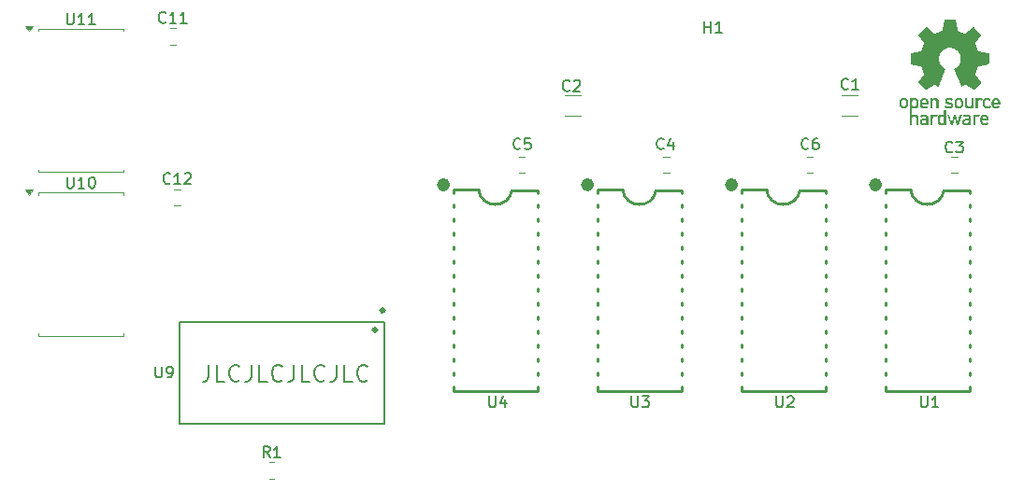
<source format=gbr>
%TF.GenerationSoftware,KiCad,Pcbnew,8.0.4*%
%TF.CreationDate,2024-08-30T15:48:32+02:00*%
%TF.ProjectId,sram,7372616d-2e6b-4696-9361-645f70636258,rev?*%
%TF.SameCoordinates,Original*%
%TF.FileFunction,Legend,Top*%
%TF.FilePolarity,Positive*%
%FSLAX46Y46*%
G04 Gerber Fmt 4.6, Leading zero omitted, Abs format (unit mm)*
G04 Created by KiCad (PCBNEW 8.0.4) date 2024-08-30 15:48:32*
%MOMM*%
%LPD*%
G01*
G04 APERTURE LIST*
%ADD10C,0.000000*%
%ADD11C,0.187500*%
%ADD12C,0.150000*%
%ADD13C,0.120000*%
%ADD14C,0.250000*%
%ADD15C,0.600000*%
%ADD16C,0.300000*%
G04 APERTURE END LIST*
D10*
G36*
X226487398Y-67401579D02*
G01*
X226528596Y-67404479D01*
X226567825Y-67409448D01*
X226586661Y-67412744D01*
X226604956Y-67416600D01*
X226622694Y-67421030D01*
X226639859Y-67426048D01*
X226656435Y-67431667D01*
X226672406Y-67437903D01*
X226687755Y-67444768D01*
X226702467Y-67452277D01*
X226716524Y-67460445D01*
X226729912Y-67469284D01*
X226742613Y-67478810D01*
X226754613Y-67489036D01*
X226765893Y-67499976D01*
X226776439Y-67511644D01*
X226786234Y-67524055D01*
X226795263Y-67537222D01*
X226803508Y-67551160D01*
X226810954Y-67565882D01*
X226817584Y-67581403D01*
X226823383Y-67597736D01*
X226828334Y-67614896D01*
X226832421Y-67632897D01*
X226835628Y-67651752D01*
X226837939Y-67671476D01*
X226839337Y-67692083D01*
X226839807Y-67713587D01*
X226839807Y-68362028D01*
X226648566Y-68362028D01*
X226648566Y-68277679D01*
X226644862Y-68277679D01*
X226637163Y-68289575D01*
X226628792Y-68300642D01*
X226619696Y-68310889D01*
X226609820Y-68320324D01*
X226599109Y-68328956D01*
X226587508Y-68336793D01*
X226574963Y-68343843D01*
X226561419Y-68350116D01*
X226546821Y-68355618D01*
X226531115Y-68360360D01*
X226514246Y-68364349D01*
X226496160Y-68367594D01*
X226476802Y-68370103D01*
X226456116Y-68371884D01*
X226434050Y-68372947D01*
X226410547Y-68373299D01*
X226390952Y-68372934D01*
X226371880Y-68371849D01*
X226353337Y-68370059D01*
X226335329Y-68367582D01*
X226317863Y-68364431D01*
X226300946Y-68360624D01*
X226284585Y-68356175D01*
X226268784Y-68351102D01*
X226253552Y-68345419D01*
X226238895Y-68339142D01*
X226224819Y-68332287D01*
X226211331Y-68324870D01*
X226198437Y-68316907D01*
X226186144Y-68308413D01*
X226174458Y-68299404D01*
X226163386Y-68289896D01*
X226152934Y-68279905D01*
X226143110Y-68269447D01*
X226133919Y-68258537D01*
X226125368Y-68247191D01*
X226117463Y-68235425D01*
X226110212Y-68223255D01*
X226103620Y-68210696D01*
X226097695Y-68197764D01*
X226092442Y-68184476D01*
X226087868Y-68170846D01*
X226083980Y-68156891D01*
X226080784Y-68142626D01*
X226078287Y-68128068D01*
X226076496Y-68113231D01*
X226075416Y-68098133D01*
X226075055Y-68082787D01*
X226075258Y-68073420D01*
X226255077Y-68073420D01*
X226255677Y-68085257D01*
X226257506Y-68096849D01*
X226260603Y-68108125D01*
X226265010Y-68119012D01*
X226267717Y-68124287D01*
X226270768Y-68129439D01*
X226274166Y-68134458D01*
X226277918Y-68139335D01*
X226282027Y-68144062D01*
X226286500Y-68148628D01*
X226291342Y-68153026D01*
X226296557Y-68157247D01*
X226302151Y-68161281D01*
X226308129Y-68165119D01*
X226314496Y-68168754D01*
X226321257Y-68172174D01*
X226328417Y-68175373D01*
X226335981Y-68178340D01*
X226343955Y-68181068D01*
X226352344Y-68183546D01*
X226370385Y-68187719D01*
X226390147Y-68190788D01*
X226411669Y-68192682D01*
X226434994Y-68193330D01*
X226463641Y-68193104D01*
X226489904Y-68192317D01*
X226513855Y-68190800D01*
X226535569Y-68188386D01*
X226545610Y-68186790D01*
X226555120Y-68184906D01*
X226564107Y-68182715D01*
X226572582Y-68180194D01*
X226580553Y-68177324D01*
X226588029Y-68174082D01*
X226595021Y-68170448D01*
X226601536Y-68166401D01*
X226607585Y-68161921D01*
X226613176Y-68156985D01*
X226618320Y-68151574D01*
X226623024Y-68145665D01*
X226627299Y-68139239D01*
X226631153Y-68132275D01*
X226634597Y-68124750D01*
X226637639Y-68116645D01*
X226640288Y-68107939D01*
X226642554Y-68098609D01*
X226644445Y-68088637D01*
X226645973Y-68078000D01*
X226647144Y-68066677D01*
X226647970Y-68054648D01*
X226648458Y-68041892D01*
X226648619Y-68028387D01*
X226648618Y-68028387D01*
X226648618Y-67959014D01*
X226420018Y-67959014D01*
X226409652Y-67959145D01*
X226399635Y-67959537D01*
X226389967Y-67960184D01*
X226380646Y-67961085D01*
X226371671Y-67962233D01*
X226363040Y-67963627D01*
X226354753Y-67965262D01*
X226346807Y-67967134D01*
X226339202Y-67969240D01*
X226331936Y-67971576D01*
X226325007Y-67974137D01*
X226318414Y-67976921D01*
X226312157Y-67979923D01*
X226306233Y-67983140D01*
X226300641Y-67986567D01*
X226295380Y-67990202D01*
X226290448Y-67994039D01*
X226285845Y-67998077D01*
X226281568Y-68002310D01*
X226277616Y-68006735D01*
X226273989Y-68011347D01*
X226270684Y-68016145D01*
X226267700Y-68021122D01*
X226265036Y-68026277D01*
X226262691Y-68031604D01*
X226260663Y-68037101D01*
X226258950Y-68042763D01*
X226257552Y-68048586D01*
X226256467Y-68054567D01*
X226255694Y-68060703D01*
X226255231Y-68066988D01*
X226255077Y-68073420D01*
X226075258Y-68073420D01*
X226075362Y-68068628D01*
X226076284Y-68054620D01*
X226077819Y-68040782D01*
X226079967Y-68027133D01*
X226082726Y-68013695D01*
X226086094Y-68000485D01*
X226090072Y-67987524D01*
X226094658Y-67974832D01*
X226099850Y-67962427D01*
X226105649Y-67950330D01*
X226112052Y-67938560D01*
X226119059Y-67927137D01*
X226126668Y-67916080D01*
X226134879Y-67905408D01*
X226143690Y-67895143D01*
X226153100Y-67885302D01*
X226163109Y-67875906D01*
X226173715Y-67866974D01*
X226184917Y-67858525D01*
X226196714Y-67850581D01*
X226209105Y-67843159D01*
X226222089Y-67836280D01*
X226235665Y-67829963D01*
X226249831Y-67824227D01*
X226264587Y-67819094D01*
X226279932Y-67814581D01*
X226295864Y-67810708D01*
X226312383Y-67807496D01*
X226329486Y-67804964D01*
X226347175Y-67803130D01*
X226365446Y-67802016D01*
X226384300Y-67801640D01*
X226648566Y-67801640D01*
X226648566Y-67702316D01*
X226647880Y-67686132D01*
X226647017Y-67678537D01*
X226645802Y-67671267D01*
X226644232Y-67664318D01*
X226642302Y-67657685D01*
X226640009Y-67651362D01*
X226637349Y-67645346D01*
X226634319Y-67639631D01*
X226630914Y-67634213D01*
X226627131Y-67629087D01*
X226622966Y-67624248D01*
X226618415Y-67619691D01*
X226613474Y-67615412D01*
X226608140Y-67611406D01*
X226602409Y-67607668D01*
X226596277Y-67604194D01*
X226589741Y-67600978D01*
X226575439Y-67595303D01*
X226559472Y-67590606D01*
X226541812Y-67586848D01*
X226522426Y-67583991D01*
X226501286Y-67581998D01*
X226478361Y-67580830D01*
X226453621Y-67580449D01*
X226435604Y-67580674D01*
X226418760Y-67581364D01*
X226403033Y-67582546D01*
X226388363Y-67584242D01*
X226381407Y-67585290D01*
X226374694Y-67586477D01*
X226368216Y-67587804D01*
X226361967Y-67589275D01*
X226355939Y-67590894D01*
X226350125Y-67592662D01*
X226344517Y-67594584D01*
X226339109Y-67596661D01*
X226333893Y-67598898D01*
X226328863Y-67601297D01*
X226324010Y-67603862D01*
X226319327Y-67606595D01*
X226314808Y-67609499D01*
X226310445Y-67612578D01*
X226306231Y-67615834D01*
X226302158Y-67619271D01*
X226298220Y-67622891D01*
X226294409Y-67626699D01*
X226290718Y-67630696D01*
X226287140Y-67634885D01*
X226283667Y-67639271D01*
X226280293Y-67643855D01*
X226277010Y-67648642D01*
X226273810Y-67653633D01*
X226123844Y-67539333D01*
X226137922Y-67521084D01*
X226152757Y-67504294D01*
X226168357Y-67488923D01*
X226184730Y-67474933D01*
X226201883Y-67462285D01*
X226219825Y-67450940D01*
X226238564Y-67440859D01*
X226258107Y-67432004D01*
X226278462Y-67424336D01*
X226299638Y-67417816D01*
X226321642Y-67412406D01*
X226344482Y-67408066D01*
X226368165Y-67404758D01*
X226392701Y-67402443D01*
X226418097Y-67401083D01*
X226444360Y-67400638D01*
X226487398Y-67401579D01*
G37*
G36*
X223665153Y-67400964D02*
G01*
X223679118Y-67401933D01*
X223692795Y-67403527D01*
X223706195Y-67405731D01*
X223719331Y-67408527D01*
X223732212Y-67411900D01*
X223744851Y-67415833D01*
X223757259Y-67420309D01*
X223769447Y-67425313D01*
X223781425Y-67430827D01*
X223793206Y-67436835D01*
X223804800Y-67443322D01*
X223816220Y-67450269D01*
X223827475Y-67457662D01*
X223838578Y-67465483D01*
X223849539Y-67473716D01*
X223710898Y-67638657D01*
X223702610Y-67632558D01*
X223694587Y-67626932D01*
X223686783Y-67621770D01*
X223679155Y-67617058D01*
X223671659Y-67612788D01*
X223664250Y-67608947D01*
X223656885Y-67605524D01*
X223649521Y-67602509D01*
X223642112Y-67599890D01*
X223634615Y-67597656D01*
X223626987Y-67595796D01*
X223619182Y-67594299D01*
X223611158Y-67593154D01*
X223602870Y-67592350D01*
X223594274Y-67591876D01*
X223585326Y-67591721D01*
X223567798Y-67592429D01*
X223550445Y-67594572D01*
X223533400Y-67598177D01*
X223516793Y-67603270D01*
X223508696Y-67606384D01*
X223500757Y-67609880D01*
X223492995Y-67613762D01*
X223485424Y-67618032D01*
X223478062Y-67622696D01*
X223470926Y-67627755D01*
X223464031Y-67633213D01*
X223457394Y-67639074D01*
X223451031Y-67645341D01*
X223444960Y-67652018D01*
X223439196Y-67659107D01*
X223433756Y-67666612D01*
X223428656Y-67674537D01*
X223423914Y-67682885D01*
X223419545Y-67691659D01*
X223415565Y-67700863D01*
X223411993Y-67710500D01*
X223408843Y-67720574D01*
X223406132Y-67731087D01*
X223403878Y-67742044D01*
X223402095Y-67753447D01*
X223400802Y-67765300D01*
X223400014Y-67777606D01*
X223399747Y-67790369D01*
X223399747Y-68362028D01*
X223208612Y-68362028D01*
X223208612Y-67411909D01*
X223399747Y-67411909D01*
X223399747Y-67513086D01*
X223403504Y-67513086D01*
X223415051Y-67499475D01*
X223427198Y-67486741D01*
X223439928Y-67474884D01*
X223453224Y-67463905D01*
X223467070Y-67453803D01*
X223481448Y-67444578D01*
X223496344Y-67436232D01*
X223511739Y-67428763D01*
X223527617Y-67422173D01*
X223543961Y-67416460D01*
X223560756Y-67411626D01*
X223577983Y-67407671D01*
X223595627Y-67404594D01*
X223613670Y-67402396D01*
X223632097Y-67401077D01*
X223650890Y-67400638D01*
X223665153Y-67400964D01*
G37*
G36*
X222646239Y-67401579D02*
G01*
X222687443Y-67404479D01*
X222726677Y-67409448D01*
X222745514Y-67412744D01*
X222763810Y-67416600D01*
X222781549Y-67421030D01*
X222798715Y-67426048D01*
X222815291Y-67431667D01*
X222831262Y-67437903D01*
X222846610Y-67444768D01*
X222861321Y-67452277D01*
X222875378Y-67460445D01*
X222888764Y-67469284D01*
X222901464Y-67478810D01*
X222913462Y-67489036D01*
X222924741Y-67499976D01*
X222935286Y-67511644D01*
X222945079Y-67524055D01*
X222954106Y-67537222D01*
X222962349Y-67551160D01*
X222969794Y-67565882D01*
X222976422Y-67581403D01*
X222982220Y-67597736D01*
X222987170Y-67614896D01*
X222991255Y-67632897D01*
X222994462Y-67651752D01*
X222996772Y-67671476D01*
X222998169Y-67692083D01*
X222998639Y-67713587D01*
X222998639Y-68362028D01*
X222807451Y-68362028D01*
X222807451Y-68277679D01*
X222803694Y-68277679D01*
X222796005Y-68289575D01*
X222787644Y-68300642D01*
X222778558Y-68310889D01*
X222768691Y-68320324D01*
X222757988Y-68328956D01*
X222746394Y-68336793D01*
X222733856Y-68343843D01*
X222720317Y-68350116D01*
X222705724Y-68355618D01*
X222690021Y-68360360D01*
X222673154Y-68364349D01*
X222655067Y-68367594D01*
X222635706Y-68370103D01*
X222615017Y-68371884D01*
X222592944Y-68372947D01*
X222569432Y-68373299D01*
X222549838Y-68372934D01*
X222530766Y-68371849D01*
X222512223Y-68370059D01*
X222494217Y-68367582D01*
X222476752Y-68364431D01*
X222459837Y-68360624D01*
X222443477Y-68356175D01*
X222427678Y-68351102D01*
X222412448Y-68345419D01*
X222397793Y-68339142D01*
X222383719Y-68332287D01*
X222370233Y-68324870D01*
X222357341Y-68316907D01*
X222345051Y-68308413D01*
X222333367Y-68299404D01*
X222322298Y-68289896D01*
X222311849Y-68279905D01*
X222302027Y-68269447D01*
X222292838Y-68258537D01*
X222284290Y-68247191D01*
X222276388Y-68235425D01*
X222269138Y-68223255D01*
X222262549Y-68210696D01*
X222256625Y-68197764D01*
X222251374Y-68184476D01*
X222246802Y-68170846D01*
X222242915Y-68156891D01*
X222239721Y-68142626D01*
X222237225Y-68128068D01*
X222235434Y-68113231D01*
X222234355Y-68098133D01*
X222233993Y-68082787D01*
X222234197Y-68073420D01*
X222413857Y-68073420D01*
X222414457Y-68085257D01*
X222416286Y-68096849D01*
X222419383Y-68108125D01*
X222423791Y-68119012D01*
X222426498Y-68124287D01*
X222429549Y-68129439D01*
X222432948Y-68134458D01*
X222436700Y-68139335D01*
X222440811Y-68144062D01*
X222445285Y-68148628D01*
X222450127Y-68153026D01*
X222455344Y-68157247D01*
X222460939Y-68161281D01*
X222466918Y-68165119D01*
X222473287Y-68168754D01*
X222480049Y-68172174D01*
X222487212Y-68175373D01*
X222494778Y-68178340D01*
X222502755Y-68181068D01*
X222511146Y-68183546D01*
X222529194Y-68187719D01*
X222548962Y-68190788D01*
X222570493Y-68192682D01*
X222593827Y-68193330D01*
X222622474Y-68193104D01*
X222648736Y-68192317D01*
X222672687Y-68190800D01*
X222694401Y-68188386D01*
X222704443Y-68186790D01*
X222713952Y-68184906D01*
X222722940Y-68182715D01*
X222731414Y-68180194D01*
X222739385Y-68177324D01*
X222746862Y-68174082D01*
X222753853Y-68170448D01*
X222760369Y-68166401D01*
X222766417Y-68161921D01*
X222772009Y-68156985D01*
X222777152Y-68151574D01*
X222781856Y-68145665D01*
X222786131Y-68139239D01*
X222789986Y-68132275D01*
X222793429Y-68124750D01*
X222796471Y-68116645D01*
X222799120Y-68107939D01*
X222801386Y-68098609D01*
X222803278Y-68088637D01*
X222804805Y-68078000D01*
X222805977Y-68066677D01*
X222806802Y-68054648D01*
X222807290Y-68041892D01*
X222807451Y-68028387D01*
X222807451Y-67959014D01*
X222578851Y-67959014D01*
X222568480Y-67959145D01*
X222558459Y-67959537D01*
X222548786Y-67960184D01*
X222539461Y-67961085D01*
X222530483Y-67962233D01*
X222521849Y-67963627D01*
X222513558Y-67965262D01*
X222505610Y-67967134D01*
X222498001Y-67969240D01*
X222490733Y-67971576D01*
X222483802Y-67974137D01*
X222477207Y-67976921D01*
X222470948Y-67979923D01*
X222465022Y-67983140D01*
X222459429Y-67986567D01*
X222454166Y-67990202D01*
X222449234Y-67994039D01*
X222444629Y-67998077D01*
X222440351Y-68002310D01*
X222436399Y-68006735D01*
X222432771Y-68011347D01*
X222429465Y-68016145D01*
X222426481Y-68021122D01*
X222423817Y-68026277D01*
X222421471Y-68031604D01*
X222419443Y-68037101D01*
X222417730Y-68042763D01*
X222416332Y-68048586D01*
X222415247Y-68054567D01*
X222414474Y-68060703D01*
X222414011Y-68066988D01*
X222413857Y-68073420D01*
X222234197Y-68073420D01*
X222234301Y-68068628D01*
X222235222Y-68054620D01*
X222236756Y-68040782D01*
X222238901Y-68027133D01*
X222241657Y-68013695D01*
X222245024Y-68000485D01*
X222248998Y-67987524D01*
X222253581Y-67974832D01*
X222258770Y-67962427D01*
X222264564Y-67950330D01*
X222270964Y-67938560D01*
X222277966Y-67927137D01*
X222285572Y-67916080D01*
X222293779Y-67905408D01*
X222302586Y-67895143D01*
X222311992Y-67885302D01*
X222321998Y-67875906D01*
X222332600Y-67866974D01*
X222343799Y-67858525D01*
X222355593Y-67850581D01*
X222367982Y-67843159D01*
X222380963Y-67836280D01*
X222394537Y-67829963D01*
X222408703Y-67824227D01*
X222423458Y-67819094D01*
X222438803Y-67814581D01*
X222454735Y-67810708D01*
X222471255Y-67807496D01*
X222488361Y-67804964D01*
X222506052Y-67803130D01*
X222524327Y-67802016D01*
X222543185Y-67801640D01*
X222807451Y-67801640D01*
X222807451Y-67702316D01*
X222806765Y-67686132D01*
X222805902Y-67678537D01*
X222804687Y-67671267D01*
X222803117Y-67664318D01*
X222801188Y-67657685D01*
X222798895Y-67651362D01*
X222796235Y-67645346D01*
X222793205Y-67639631D01*
X222789801Y-67634213D01*
X222786018Y-67629087D01*
X222781854Y-67624248D01*
X222777304Y-67619691D01*
X222772364Y-67615412D01*
X222767031Y-67611406D01*
X222761301Y-67607668D01*
X222755171Y-67604194D01*
X222748636Y-67600978D01*
X222734337Y-67595303D01*
X222718375Y-67590606D01*
X222700719Y-67586848D01*
X222681340Y-67583991D01*
X222660207Y-67581998D01*
X222637290Y-67580830D01*
X222612559Y-67580449D01*
X222594541Y-67580674D01*
X222577694Y-67581364D01*
X222561961Y-67582546D01*
X222547285Y-67584242D01*
X222540325Y-67585290D01*
X222533607Y-67586477D01*
X222527125Y-67587804D01*
X222520872Y-67589275D01*
X222514839Y-67590894D01*
X222509020Y-67592662D01*
X222503407Y-67594584D01*
X222497994Y-67596661D01*
X222492774Y-67598898D01*
X222487738Y-67601297D01*
X222482880Y-67603862D01*
X222478193Y-67606595D01*
X222473669Y-67609499D01*
X222469302Y-67612578D01*
X222465084Y-67615834D01*
X222461007Y-67619271D01*
X222457066Y-67622891D01*
X222453252Y-67626699D01*
X222449558Y-67630696D01*
X222445977Y-67634885D01*
X222442502Y-67639271D01*
X222439127Y-67643855D01*
X222435842Y-67648642D01*
X222432642Y-67653633D01*
X222282730Y-67539333D01*
X222296806Y-67521084D01*
X222311638Y-67504294D01*
X222327233Y-67488923D01*
X222343599Y-67474933D01*
X222360746Y-67462285D01*
X222378680Y-67450940D01*
X222397411Y-67440859D01*
X222416946Y-67432004D01*
X222437294Y-67424336D01*
X222458464Y-67417816D01*
X222480463Y-67412406D01*
X222503300Y-67408066D01*
X222526983Y-67404758D01*
X222551521Y-67402443D01*
X222576921Y-67401083D01*
X222603193Y-67400638D01*
X222646239Y-67401579D01*
G37*
G36*
X228349249Y-65900016D02*
G01*
X228362510Y-65900616D01*
X228375595Y-65901607D01*
X228388504Y-65902980D01*
X228413793Y-65906842D01*
X228438372Y-65912140D01*
X228462239Y-65918810D01*
X228485391Y-65926791D01*
X228507824Y-65936017D01*
X228529535Y-65946427D01*
X228550521Y-65957958D01*
X228570780Y-65970547D01*
X228590307Y-65984129D01*
X228609099Y-65998644D01*
X228627154Y-66014027D01*
X228644469Y-66030215D01*
X228661039Y-66047146D01*
X228676862Y-66064756D01*
X228536315Y-66190327D01*
X228527303Y-66179637D01*
X228517819Y-66169378D01*
X228507878Y-66159586D01*
X228497492Y-66150296D01*
X228486677Y-66141545D01*
X228475446Y-66133367D01*
X228463813Y-66125799D01*
X228451794Y-66118877D01*
X228439401Y-66112635D01*
X228426648Y-66107110D01*
X228413551Y-66102337D01*
X228400122Y-66098351D01*
X228386377Y-66095190D01*
X228372329Y-66092887D01*
X228357992Y-66091480D01*
X228343381Y-66091003D01*
X228314964Y-66092042D01*
X228288082Y-66095192D01*
X228275229Y-66097573D01*
X228262775Y-66100499D01*
X228250725Y-66103977D01*
X228239085Y-66108010D01*
X228227860Y-66112607D01*
X228217054Y-66117772D01*
X228206673Y-66123511D01*
X228196722Y-66129830D01*
X228187206Y-66136735D01*
X228178130Y-66144232D01*
X228169500Y-66152327D01*
X228161321Y-66161025D01*
X228153597Y-66170332D01*
X228146335Y-66180254D01*
X228139538Y-66190798D01*
X228133213Y-66201968D01*
X228127364Y-66213770D01*
X228121997Y-66226211D01*
X228117116Y-66239297D01*
X228112727Y-66253032D01*
X228108835Y-66267423D01*
X228105446Y-66282476D01*
X228102564Y-66298197D01*
X228100194Y-66314591D01*
X228097012Y-66349423D01*
X228095943Y-66387019D01*
X228096211Y-66406006D01*
X228097013Y-66424308D01*
X228098343Y-66441929D01*
X228100196Y-66458874D01*
X228102567Y-66475150D01*
X228105450Y-66490761D01*
X228108841Y-66505713D01*
X228112735Y-66520012D01*
X228117125Y-66533663D01*
X228122007Y-66546672D01*
X228127376Y-66559043D01*
X228133227Y-66570783D01*
X228139554Y-66581897D01*
X228146352Y-66592391D01*
X228153616Y-66602269D01*
X228161341Y-66611537D01*
X228169522Y-66620202D01*
X228178153Y-66628268D01*
X228187229Y-66635740D01*
X228196745Y-66642625D01*
X228206697Y-66648928D01*
X228217077Y-66654654D01*
X228227883Y-66659808D01*
X228239108Y-66664397D01*
X228250747Y-66668426D01*
X228262795Y-66671899D01*
X228275247Y-66674823D01*
X228288097Y-66677203D01*
X228301341Y-66679045D01*
X228314973Y-66680354D01*
X228328988Y-66681135D01*
X228343381Y-66681394D01*
X228350720Y-66681274D01*
X228357992Y-66680917D01*
X228365194Y-66680327D01*
X228372327Y-66679509D01*
X228386372Y-66677207D01*
X228400115Y-66674045D01*
X228413540Y-66670060D01*
X228426634Y-66665287D01*
X228439383Y-66659762D01*
X228451774Y-66653520D01*
X228463792Y-66646598D01*
X228475423Y-66639030D01*
X228486653Y-66630852D01*
X228497470Y-66622101D01*
X228507858Y-66612811D01*
X228517804Y-66603019D01*
X228527294Y-66592760D01*
X228536315Y-66582069D01*
X228676862Y-66707640D01*
X228661048Y-66725223D01*
X228644486Y-66742131D01*
X228627178Y-66758300D01*
X228609129Y-66773668D01*
X228590340Y-66788171D01*
X228570816Y-66801746D01*
X228550560Y-66814328D01*
X228529574Y-66825856D01*
X228507862Y-66836264D01*
X228485427Y-66845491D01*
X228462273Y-66853472D01*
X228438401Y-66860144D01*
X228413817Y-66865444D01*
X228388522Y-66869308D01*
X228362519Y-66871673D01*
X228335813Y-66872475D01*
X228294844Y-66870834D01*
X228254349Y-66865843D01*
X228214628Y-66857399D01*
X228175979Y-66845401D01*
X228157151Y-66838037D01*
X228138703Y-66829746D01*
X228120672Y-66820516D01*
X228103097Y-66810333D01*
X228086015Y-66799185D01*
X228069462Y-66787059D01*
X228053477Y-66773943D01*
X228038097Y-66759822D01*
X228023360Y-66744686D01*
X228009302Y-66728521D01*
X227995961Y-66711314D01*
X227983374Y-66693052D01*
X227971580Y-66673724D01*
X227960614Y-66653315D01*
X227950516Y-66631813D01*
X227941322Y-66609206D01*
X227933069Y-66585481D01*
X227925795Y-66560624D01*
X227919538Y-66534624D01*
X227914334Y-66507467D01*
X227910222Y-66479141D01*
X227907239Y-66449633D01*
X227905421Y-66418929D01*
X227904807Y-66387019D01*
X227905421Y-66354958D01*
X227907239Y-66324114D01*
X227910222Y-66294474D01*
X227914334Y-66266024D01*
X227919538Y-66238751D01*
X227925795Y-66212642D01*
X227933069Y-66187685D01*
X227941322Y-66163866D01*
X227950516Y-66141172D01*
X227960614Y-66119590D01*
X227971580Y-66099107D01*
X227983374Y-66079711D01*
X227995961Y-66061387D01*
X228009302Y-66044124D01*
X228023360Y-66027908D01*
X228038097Y-66012726D01*
X228053477Y-65998564D01*
X228069462Y-65985411D01*
X228086015Y-65973253D01*
X228103097Y-65962077D01*
X228120672Y-65951870D01*
X228138703Y-65942618D01*
X228157151Y-65934310D01*
X228175979Y-65926931D01*
X228195151Y-65920469D01*
X228214628Y-65914911D01*
X228234373Y-65910244D01*
X228254349Y-65906455D01*
X228274519Y-65903530D01*
X228294844Y-65901457D01*
X228335813Y-65899815D01*
X228349249Y-65900016D01*
G37*
G36*
X225098902Y-68077177D02*
G01*
X225102659Y-68077177D01*
X225318135Y-67411909D01*
X225456830Y-67411909D01*
X225672306Y-68077177D01*
X225676169Y-68077177D01*
X225857832Y-67411909D01*
X226060291Y-67411909D01*
X225756761Y-68362028D01*
X225588010Y-68362028D01*
X225389361Y-67696706D01*
X225385604Y-67696706D01*
X225186955Y-68362028D01*
X225018309Y-68362028D01*
X224714726Y-67411909D01*
X224917080Y-67411909D01*
X225098902Y-68077177D01*
G37*
G36*
X221799205Y-65900475D02*
G01*
X221819871Y-65902263D01*
X221839797Y-65905182D01*
X221858986Y-65909183D01*
X221877441Y-65914217D01*
X221895164Y-65920233D01*
X221912159Y-65927183D01*
X221928426Y-65935018D01*
X221943969Y-65943687D01*
X221958790Y-65953141D01*
X221972892Y-65963331D01*
X221986277Y-65974208D01*
X221998948Y-65985721D01*
X222010906Y-65997821D01*
X222022156Y-66010460D01*
X222032698Y-66023587D01*
X222042097Y-66036214D01*
X222050651Y-66048970D01*
X222058393Y-66062115D01*
X222065355Y-66075910D01*
X222068554Y-66083134D01*
X222071571Y-66090617D01*
X222074410Y-66098394D01*
X222077074Y-66106496D01*
X222079568Y-66114957D01*
X222081896Y-66123808D01*
X222086071Y-66142814D01*
X222089631Y-66163776D01*
X222092610Y-66186954D01*
X222095040Y-66212609D01*
X222096955Y-66241002D01*
X222098386Y-66272395D01*
X222099368Y-66307047D01*
X222099933Y-66345221D01*
X222100114Y-66387177D01*
X222099368Y-66466665D01*
X222096955Y-66532235D01*
X222095040Y-66560445D01*
X222092610Y-66585949D01*
X222089631Y-66609003D01*
X222086071Y-66629867D01*
X222081896Y-66648797D01*
X222077074Y-66666051D01*
X222071571Y-66681886D01*
X222065355Y-66696562D01*
X222058393Y-66710334D01*
X222050651Y-66723461D01*
X222042097Y-66736200D01*
X222032698Y-66748810D01*
X222022156Y-66761937D01*
X222010906Y-66774575D01*
X221998948Y-66786676D01*
X221986277Y-66798189D01*
X221972892Y-66809066D01*
X221958790Y-66819256D01*
X221943969Y-66828710D01*
X221928426Y-66837379D01*
X221912158Y-66845213D01*
X221903752Y-66848802D01*
X221895164Y-66852164D01*
X221886394Y-66855292D01*
X221877441Y-66858180D01*
X221868305Y-66860823D01*
X221858986Y-66863214D01*
X221849483Y-66865347D01*
X221839797Y-66867215D01*
X221829926Y-66868813D01*
X221819870Y-66870134D01*
X221809630Y-66871172D01*
X221799205Y-66871922D01*
X221788595Y-66872376D01*
X221777798Y-66872529D01*
X221759761Y-66872007D01*
X221742184Y-66870464D01*
X221725048Y-66867933D01*
X221708329Y-66864447D01*
X221692006Y-66860038D01*
X221676056Y-66854739D01*
X221660458Y-66848584D01*
X221645189Y-66841606D01*
X221630228Y-66833836D01*
X221615553Y-66825309D01*
X221601141Y-66816058D01*
X221586971Y-66806114D01*
X221573020Y-66795512D01*
X221559267Y-66784283D01*
X221545689Y-66772462D01*
X221532265Y-66760081D01*
X221531577Y-67513085D01*
X221543785Y-67499474D01*
X221556509Y-67486740D01*
X221569737Y-67474883D01*
X221583460Y-67463904D01*
X221597666Y-67453802D01*
X221612344Y-67444577D01*
X221627484Y-67436231D01*
X221643073Y-67428762D01*
X221659101Y-67422172D01*
X221675557Y-67416459D01*
X221692430Y-67411625D01*
X221709710Y-67407670D01*
X221727384Y-67404593D01*
X221745442Y-67402395D01*
X221763873Y-67401077D01*
X221782667Y-67400637D01*
X221796602Y-67400971D01*
X221810623Y-67401973D01*
X221824696Y-67403640D01*
X221838785Y-67405969D01*
X221852856Y-67408959D01*
X221866875Y-67412606D01*
X221880806Y-67416908D01*
X221894615Y-67421863D01*
X221908268Y-67427469D01*
X221921730Y-67433723D01*
X221934965Y-67440623D01*
X221947940Y-67448165D01*
X221960620Y-67456349D01*
X221972970Y-67465171D01*
X221984956Y-67474630D01*
X221996543Y-67484722D01*
X222007695Y-67495445D01*
X222018380Y-67506797D01*
X222028561Y-67518776D01*
X222038205Y-67531379D01*
X222047276Y-67544603D01*
X222055740Y-67558447D01*
X222063563Y-67572907D01*
X222070709Y-67587982D01*
X222077144Y-67603669D01*
X222082834Y-67619966D01*
X222087743Y-67636870D01*
X222091837Y-67654378D01*
X222095082Y-67672490D01*
X222097443Y-67691201D01*
X222098885Y-67710510D01*
X222099373Y-67730414D01*
X222099373Y-68362027D01*
X221908238Y-68362027D01*
X221908238Y-67796084D01*
X221908004Y-67784114D01*
X221907307Y-67772468D01*
X221906158Y-67761148D01*
X221904566Y-67750158D01*
X221902543Y-67739502D01*
X221900096Y-67729185D01*
X221897238Y-67719208D01*
X221893976Y-67709577D01*
X221890322Y-67700295D01*
X221886286Y-67691366D01*
X221881876Y-67682794D01*
X221877104Y-67674581D01*
X221871979Y-67666733D01*
X221866511Y-67659253D01*
X221860711Y-67652144D01*
X221854587Y-67645410D01*
X221848151Y-67639056D01*
X221841411Y-67633084D01*
X221834378Y-67627499D01*
X221827062Y-67622304D01*
X221819473Y-67617503D01*
X221811621Y-67613100D01*
X221803515Y-67609099D01*
X221795166Y-67605502D01*
X221786583Y-67602315D01*
X221777778Y-67599541D01*
X221768758Y-67597183D01*
X221759535Y-67595245D01*
X221750119Y-67593732D01*
X221740519Y-67592646D01*
X221730745Y-67591992D01*
X221720807Y-67591773D01*
X221710702Y-67591992D01*
X221700770Y-67592646D01*
X221691023Y-67593732D01*
X221681470Y-67595245D01*
X221672120Y-67597183D01*
X221662983Y-67599541D01*
X221654069Y-67602315D01*
X221645386Y-67605503D01*
X221636945Y-67609099D01*
X221628756Y-67613100D01*
X221620827Y-67617503D01*
X221613169Y-67622304D01*
X221605791Y-67627499D01*
X221598703Y-67633084D01*
X221591914Y-67639056D01*
X221585433Y-67645411D01*
X221579271Y-67652144D01*
X221573437Y-67659253D01*
X221567941Y-67666734D01*
X221562792Y-67674582D01*
X221558000Y-67682794D01*
X221553574Y-67691367D01*
X221549524Y-67700296D01*
X221545860Y-67709578D01*
X221542591Y-67719209D01*
X221539726Y-67729185D01*
X221537276Y-67739503D01*
X221535250Y-67750158D01*
X221533658Y-67761148D01*
X221532508Y-67772468D01*
X221531812Y-67784114D01*
X221531577Y-67796084D01*
X221531577Y-68362028D01*
X221340390Y-68362028D01*
X221340390Y-66387124D01*
X221532265Y-66387124D01*
X221533016Y-66439057D01*
X221534303Y-66465096D01*
X221536511Y-66490835D01*
X221539872Y-66516013D01*
X221544619Y-66540369D01*
X221550986Y-66563644D01*
X221554850Y-66574794D01*
X221559207Y-66585575D01*
X221564085Y-66595956D01*
X221569514Y-66605903D01*
X221575523Y-66615385D01*
X221582141Y-66624367D01*
X221589397Y-66632818D01*
X221597322Y-66640705D01*
X221605942Y-66647996D01*
X221615289Y-66654658D01*
X221625391Y-66660658D01*
X221636277Y-66665964D01*
X221647976Y-66670543D01*
X221660519Y-66674362D01*
X221673932Y-66677390D01*
X221688247Y-66679593D01*
X221703492Y-66680938D01*
X221719696Y-66681394D01*
X221736069Y-66680965D01*
X221751471Y-66679695D01*
X221765934Y-66677612D01*
X221779485Y-66674744D01*
X221792156Y-66671118D01*
X221803974Y-66666762D01*
X221814970Y-66661703D01*
X221825174Y-66655968D01*
X221834614Y-66649585D01*
X221843321Y-66642581D01*
X221851324Y-66634985D01*
X221858651Y-66626822D01*
X221865334Y-66618122D01*
X221871401Y-66608911D01*
X221876882Y-66599217D01*
X221881806Y-66589068D01*
X221886204Y-66578490D01*
X221890103Y-66567511D01*
X221893535Y-66556159D01*
X221896528Y-66544462D01*
X221899112Y-66532446D01*
X221901316Y-66520139D01*
X221904704Y-66494763D01*
X221906929Y-66468554D01*
X221908225Y-66441731D01*
X221908830Y-66414514D01*
X221908979Y-66387124D01*
X221908225Y-66331875D01*
X221906929Y-66304796D01*
X221904704Y-66278370D01*
X221901316Y-66252812D01*
X221896528Y-66228340D01*
X221890103Y-66205171D01*
X221886204Y-66194142D01*
X221881806Y-66183521D01*
X221876882Y-66173333D01*
X221871401Y-66163606D01*
X221865334Y-66154367D01*
X221858651Y-66145644D01*
X221851324Y-66137463D01*
X221843321Y-66129851D01*
X221834614Y-66122835D01*
X221825174Y-66116443D01*
X221814970Y-66110702D01*
X221803974Y-66105638D01*
X221792156Y-66101279D01*
X221779485Y-66097652D01*
X221765934Y-66094783D01*
X221751471Y-66092701D01*
X221736069Y-66091432D01*
X221719696Y-66091003D01*
X221703497Y-66091458D01*
X221688256Y-66092804D01*
X221673945Y-66095008D01*
X221660534Y-66098038D01*
X221647994Y-66101861D01*
X221636297Y-66106445D01*
X221625412Y-66111758D01*
X221615311Y-66117768D01*
X221605965Y-66124442D01*
X221597345Y-66131748D01*
X221589421Y-66139654D01*
X221582164Y-66148128D01*
X221575545Y-66157137D01*
X221569536Y-66166649D01*
X221564106Y-66176632D01*
X221559226Y-66187053D01*
X221554869Y-66197881D01*
X221551003Y-66209083D01*
X221547601Y-66220627D01*
X221544633Y-66232480D01*
X221542070Y-66244611D01*
X221539882Y-66256986D01*
X221536519Y-66282344D01*
X221534308Y-66308294D01*
X221533018Y-66334580D01*
X221532415Y-66360942D01*
X221532265Y-66387124D01*
X221340390Y-66387124D01*
X221340390Y-65911139D01*
X221532265Y-65911139D01*
X221532265Y-66010464D01*
X221543841Y-65998408D01*
X221556046Y-65986872D01*
X221568855Y-65975891D01*
X221582238Y-65965501D01*
X221596170Y-65955737D01*
X221610623Y-65946635D01*
X221625570Y-65938230D01*
X221640983Y-65930559D01*
X221656834Y-65923657D01*
X221673098Y-65917560D01*
X221689746Y-65912302D01*
X221706751Y-65907921D01*
X221724087Y-65904451D01*
X221741724Y-65901929D01*
X221759637Y-65900389D01*
X221777799Y-65899868D01*
X221799205Y-65900475D01*
G37*
G36*
X225776875Y-65900000D02*
G01*
X225790238Y-65900546D01*
X225803258Y-65901439D01*
X225815940Y-65902669D01*
X225828287Y-65904221D01*
X225840305Y-65906083D01*
X225851999Y-65908242D01*
X225863371Y-65910686D01*
X225874428Y-65913402D01*
X225885173Y-65916377D01*
X225895611Y-65919599D01*
X225905747Y-65923055D01*
X225915584Y-65926731D01*
X225925128Y-65930616D01*
X225934382Y-65934697D01*
X225943352Y-65938960D01*
X225960457Y-65947985D01*
X225976476Y-65957589D01*
X225991447Y-65967671D01*
X226005405Y-65978128D01*
X226018386Y-65988860D01*
X226030425Y-65999764D01*
X226041560Y-66010738D01*
X226051825Y-66021682D01*
X226065025Y-66036802D01*
X226077233Y-66052064D01*
X226088470Y-66067655D01*
X226098753Y-66083762D01*
X226108103Y-66100571D01*
X226116538Y-66118270D01*
X226124079Y-66137045D01*
X226130743Y-66157082D01*
X226136552Y-66178570D01*
X226141523Y-66201695D01*
X226145677Y-66226643D01*
X226149032Y-66253601D01*
X226151608Y-66282756D01*
X226153424Y-66314295D01*
X226154499Y-66348405D01*
X226154854Y-66385273D01*
X226154499Y-66422449D01*
X226153424Y-66456831D01*
X226151608Y-66488609D01*
X226149032Y-66517971D01*
X226145677Y-66545106D01*
X226141523Y-66570204D01*
X226136552Y-66593454D01*
X226130743Y-66615044D01*
X226124079Y-66635164D01*
X226116538Y-66654003D01*
X226108103Y-66671749D01*
X226098753Y-66688592D01*
X226088470Y-66704722D01*
X226077233Y-66720326D01*
X226065025Y-66735594D01*
X226051825Y-66750716D01*
X226041560Y-66761658D01*
X226030425Y-66772629D01*
X226018386Y-66783528D01*
X226005405Y-66794252D01*
X225991447Y-66804702D01*
X225976476Y-66814774D01*
X225960457Y-66824369D01*
X225943352Y-66833384D01*
X225925128Y-66841718D01*
X225905746Y-66849270D01*
X225885173Y-66855938D01*
X225863371Y-66861622D01*
X225840305Y-66866218D01*
X225815940Y-66869627D01*
X225790238Y-66871747D01*
X225763164Y-66872476D01*
X225749463Y-66872292D01*
X225736109Y-66871747D01*
X225723098Y-66870855D01*
X225710424Y-66869627D01*
X225698084Y-66868078D01*
X225686072Y-66866218D01*
X225674385Y-66864062D01*
X225663019Y-66861622D01*
X225651967Y-66858910D01*
X225641227Y-66855939D01*
X225630794Y-66852721D01*
X225620662Y-66849270D01*
X225610829Y-66845598D01*
X225601288Y-66841718D01*
X225592036Y-66837643D01*
X225583069Y-66833384D01*
X225565969Y-66824369D01*
X225549953Y-66814775D01*
X225534984Y-66804702D01*
X225521028Y-66794253D01*
X225508048Y-66783528D01*
X225496009Y-66772629D01*
X225484875Y-66761658D01*
X225474610Y-66750716D01*
X225461409Y-66735595D01*
X225449197Y-66720328D01*
X225437955Y-66704726D01*
X225427665Y-66688600D01*
X225418308Y-66671759D01*
X225409863Y-66654016D01*
X225402313Y-66635181D01*
X225395638Y-66615063D01*
X225389820Y-66593475D01*
X225384839Y-66570227D01*
X225380677Y-66545129D01*
X225377314Y-66517993D01*
X225374731Y-66488628D01*
X225372910Y-66456846D01*
X225371831Y-66422458D01*
X225371475Y-66385273D01*
X225562663Y-66385273D01*
X225562798Y-66410119D01*
X225563217Y-66432759D01*
X225563938Y-66453361D01*
X225564981Y-66472093D01*
X225566365Y-66489121D01*
X225568110Y-66504614D01*
X225570234Y-66518740D01*
X225572757Y-66531667D01*
X225575697Y-66543561D01*
X225579075Y-66554592D01*
X225582909Y-66564926D01*
X225587219Y-66574731D01*
X225592024Y-66584175D01*
X225597343Y-66593427D01*
X225603195Y-66602653D01*
X225609600Y-66612021D01*
X225615218Y-66619297D01*
X225621548Y-66626321D01*
X225628553Y-66633062D01*
X225636191Y-66639492D01*
X225644426Y-66645580D01*
X225653217Y-66651296D01*
X225662525Y-66656610D01*
X225672313Y-66661492D01*
X225682540Y-66665911D01*
X225693167Y-66669839D01*
X225704157Y-66673245D01*
X225715469Y-66676099D01*
X225727065Y-66678371D01*
X225738905Y-66680031D01*
X225750951Y-66681049D01*
X225763164Y-66681395D01*
X225775394Y-66681048D01*
X225787454Y-66680029D01*
X225799303Y-66678366D01*
X225810906Y-66676092D01*
X225822221Y-66673234D01*
X225833213Y-66669825D01*
X225843841Y-66665894D01*
X225854068Y-66661472D01*
X225863856Y-66656588D01*
X225873165Y-66651272D01*
X225881958Y-66645556D01*
X225890196Y-66639470D01*
X225897841Y-66633043D01*
X225904855Y-66626305D01*
X225911199Y-66619288D01*
X225914107Y-66615684D01*
X225916834Y-66612021D01*
X225923238Y-66602653D01*
X225929086Y-66593430D01*
X225934400Y-66584188D01*
X225939198Y-66574760D01*
X225943500Y-66564982D01*
X225947325Y-66554689D01*
X225950694Y-66543716D01*
X225953625Y-66531898D01*
X225956137Y-66519070D01*
X225958252Y-66505067D01*
X225959987Y-66489723D01*
X225961364Y-66472874D01*
X225962400Y-66454355D01*
X225963116Y-66434000D01*
X225963666Y-66387125D01*
X225963531Y-66362278D01*
X225963116Y-66339634D01*
X225962400Y-66319028D01*
X225961364Y-66300291D01*
X225959987Y-66283256D01*
X225958252Y-66267756D01*
X225956137Y-66253623D01*
X225953625Y-66240691D01*
X225950694Y-66228792D01*
X225947325Y-66217759D01*
X225943500Y-66207425D01*
X225939198Y-66197622D01*
X225934400Y-66188183D01*
X225929086Y-66178940D01*
X225923238Y-66169727D01*
X225916834Y-66160377D01*
X225911199Y-66153101D01*
X225904855Y-66146077D01*
X225897841Y-66139335D01*
X225890196Y-66132905D01*
X225881958Y-66126817D01*
X225873165Y-66121102D01*
X225863856Y-66115788D01*
X225854068Y-66110906D01*
X225843841Y-66106486D01*
X225833213Y-66102558D01*
X225822221Y-66099152D01*
X225810906Y-66096298D01*
X225799303Y-66094026D01*
X225787454Y-66092367D01*
X225775394Y-66091349D01*
X225763164Y-66091003D01*
X225750951Y-66091349D01*
X225738905Y-66092369D01*
X225727065Y-66094031D01*
X225715469Y-66096306D01*
X225704157Y-66099163D01*
X225693167Y-66102572D01*
X225682540Y-66106503D01*
X225672313Y-66110926D01*
X225662525Y-66115810D01*
X225653217Y-66121125D01*
X225644426Y-66126841D01*
X225636191Y-66132928D01*
X225628553Y-66139355D01*
X225621548Y-66146092D01*
X225615218Y-66153110D01*
X225612317Y-66156714D01*
X225609600Y-66160377D01*
X225603195Y-66169727D01*
X225597343Y-66178937D01*
X225592024Y-66188171D01*
X225587219Y-66197593D01*
X225582909Y-66207369D01*
X225579075Y-66217662D01*
X225575697Y-66228637D01*
X225572757Y-66240460D01*
X225570234Y-66253294D01*
X225568110Y-66267303D01*
X225566365Y-66282654D01*
X225564981Y-66299509D01*
X225563938Y-66318034D01*
X225563217Y-66338393D01*
X225562663Y-66385273D01*
X225371475Y-66385273D01*
X225371831Y-66348406D01*
X225372910Y-66314298D01*
X225374731Y-66282761D01*
X225377314Y-66253608D01*
X225380677Y-66226653D01*
X225384839Y-66201709D01*
X225389820Y-66178587D01*
X225395638Y-66157102D01*
X225402313Y-66137066D01*
X225409863Y-66118293D01*
X225418308Y-66100594D01*
X225427665Y-66083784D01*
X225437955Y-66067674D01*
X225449197Y-66052079D01*
X225461409Y-66036810D01*
X225474610Y-66021682D01*
X225484875Y-66010738D01*
X225496009Y-65999764D01*
X225508048Y-65988860D01*
X225521028Y-65978129D01*
X225534985Y-65967671D01*
X225549953Y-65957590D01*
X225565969Y-65947985D01*
X225583069Y-65938960D01*
X225601288Y-65930616D01*
X225620662Y-65923055D01*
X225641227Y-65916378D01*
X225663019Y-65910686D01*
X225686073Y-65906083D01*
X225710424Y-65902669D01*
X225736110Y-65900546D01*
X225763164Y-65899815D01*
X225776875Y-65900000D01*
G37*
G36*
X225401490Y-58795750D02*
G01*
X225403504Y-58795900D01*
X225405509Y-58796147D01*
X225407500Y-58796487D01*
X225409476Y-58796920D01*
X225411432Y-58797442D01*
X225413367Y-58798050D01*
X225415277Y-58798744D01*
X225417159Y-58799519D01*
X225419010Y-58800373D01*
X225420827Y-58801305D01*
X225422607Y-58802311D01*
X225424348Y-58803389D01*
X225426045Y-58804537D01*
X225427697Y-58805751D01*
X225429300Y-58807031D01*
X225430851Y-58808372D01*
X225432348Y-58809774D01*
X225433786Y-58811232D01*
X225435164Y-58812745D01*
X225436478Y-58814311D01*
X225437726Y-58815926D01*
X225438904Y-58817589D01*
X225440009Y-58819297D01*
X225441038Y-58821047D01*
X225441989Y-58822837D01*
X225442859Y-58824664D01*
X225443643Y-58826526D01*
X225444340Y-58828421D01*
X225444947Y-58830346D01*
X225445460Y-58832299D01*
X225445876Y-58834276D01*
X225613358Y-59734018D01*
X225613781Y-59736012D01*
X225614295Y-59738012D01*
X225615582Y-59742020D01*
X225617198Y-59746015D01*
X225619120Y-59749972D01*
X225621324Y-59753864D01*
X225623790Y-59757664D01*
X225626493Y-59761348D01*
X225629411Y-59764889D01*
X225632523Y-59768260D01*
X225635804Y-59771436D01*
X225639234Y-59774390D01*
X225642788Y-59777097D01*
X225646446Y-59779529D01*
X225650183Y-59781662D01*
X225652075Y-59782608D01*
X225653978Y-59783469D01*
X225655890Y-59784242D01*
X225657808Y-59784924D01*
X226260846Y-60031780D01*
X226264592Y-60033430D01*
X226268565Y-60034807D01*
X226272730Y-60035916D01*
X226277052Y-60036757D01*
X226281496Y-60037334D01*
X226286026Y-60037649D01*
X226290609Y-60037704D01*
X226295208Y-60037502D01*
X226299790Y-60037045D01*
X226304318Y-60036336D01*
X226308759Y-60035376D01*
X226313077Y-60034169D01*
X226317237Y-60032717D01*
X226321204Y-60031021D01*
X226324943Y-60029086D01*
X226328420Y-60026912D01*
X227080101Y-59511080D01*
X227081794Y-59509977D01*
X227083538Y-59508960D01*
X227085327Y-59508029D01*
X227087160Y-59507182D01*
X227089030Y-59506421D01*
X227090936Y-59505743D01*
X227092872Y-59505150D01*
X227094836Y-59504641D01*
X227096823Y-59504215D01*
X227098830Y-59503872D01*
X227102886Y-59503434D01*
X227106974Y-59503324D01*
X227111064Y-59503540D01*
X227115125Y-59504078D01*
X227119126Y-59504935D01*
X227123037Y-59506109D01*
X227124948Y-59506814D01*
X227126826Y-59507598D01*
X227128666Y-59508459D01*
X227130464Y-59509398D01*
X227132217Y-59510413D01*
X227133920Y-59511506D01*
X227135570Y-59512675D01*
X227137163Y-59513920D01*
X227138695Y-59515240D01*
X227140162Y-59516637D01*
X227773204Y-60149679D01*
X227774600Y-60151146D01*
X227775920Y-60152679D01*
X227777164Y-60154272D01*
X227778331Y-60155923D01*
X227779421Y-60157627D01*
X227780434Y-60159381D01*
X227782228Y-60163023D01*
X227783710Y-60166816D01*
X227784878Y-60170731D01*
X227785729Y-60174737D01*
X227786261Y-60178803D01*
X227786472Y-60182897D01*
X227786360Y-60186991D01*
X227785922Y-60191051D01*
X227785155Y-60195049D01*
X227784058Y-60198953D01*
X227783385Y-60200859D01*
X227782628Y-60202731D01*
X227781787Y-60204564D01*
X227780863Y-60206355D01*
X227779854Y-60208099D01*
X227778760Y-60209792D01*
X227271924Y-60948509D01*
X227269744Y-60952000D01*
X227267809Y-60955746D01*
X227266122Y-60959711D01*
X227264684Y-60963862D01*
X227263498Y-60968164D01*
X227262566Y-60972584D01*
X227261890Y-60977088D01*
X227261473Y-60981641D01*
X227261316Y-60986210D01*
X227261421Y-60990760D01*
X227261791Y-60995257D01*
X227262428Y-60999668D01*
X227263335Y-61003959D01*
X227264512Y-61008094D01*
X227265964Y-61012041D01*
X227267690Y-61015766D01*
X227534338Y-61637854D01*
X227535861Y-61641674D01*
X227537733Y-61645459D01*
X227539929Y-61649186D01*
X227542420Y-61652834D01*
X227545182Y-61656378D01*
X227548188Y-61659798D01*
X227551410Y-61663070D01*
X227554824Y-61666171D01*
X227558402Y-61669080D01*
X227562117Y-61671773D01*
X227565944Y-61674228D01*
X227569856Y-61676423D01*
X227573827Y-61678334D01*
X227577830Y-61679940D01*
X227581838Y-61681218D01*
X227585826Y-61682145D01*
X228455723Y-61843911D01*
X228457696Y-61844337D01*
X228459644Y-61844859D01*
X228461564Y-61845473D01*
X228463455Y-61846177D01*
X228465314Y-61846968D01*
X228467138Y-61847843D01*
X228468924Y-61848799D01*
X228470671Y-61849832D01*
X228474035Y-61852122D01*
X228477211Y-61854689D01*
X228480177Y-61857510D01*
X228482915Y-61860560D01*
X228485405Y-61863817D01*
X228487625Y-61867257D01*
X228489557Y-61870857D01*
X228490409Y-61872709D01*
X228491181Y-61874592D01*
X228491871Y-61876504D01*
X228492477Y-61878440D01*
X228492995Y-61880399D01*
X228493424Y-61882377D01*
X228493760Y-61884372D01*
X228494003Y-61886380D01*
X228494148Y-61888399D01*
X228494193Y-61890425D01*
X228494087Y-62785722D01*
X228494037Y-62787744D01*
X228493887Y-62789759D01*
X228493640Y-62791765D01*
X228493298Y-62793759D01*
X228492864Y-62795736D01*
X228492341Y-62797696D01*
X228491731Y-62799633D01*
X228491036Y-62801546D01*
X228490260Y-62803432D01*
X228489404Y-62805287D01*
X228488470Y-62807107D01*
X228487463Y-62808892D01*
X228486383Y-62810636D01*
X228485234Y-62812338D01*
X228484018Y-62813993D01*
X228482737Y-62815600D01*
X228481394Y-62817155D01*
X228479992Y-62818655D01*
X228478533Y-62820097D01*
X228477019Y-62821477D01*
X228475453Y-62822794D01*
X228473838Y-62824044D01*
X228472175Y-62825223D01*
X228470469Y-62826330D01*
X228468720Y-62827360D01*
X228466931Y-62828311D01*
X228465106Y-62829179D01*
X228463246Y-62829963D01*
X228461354Y-62830658D01*
X228459433Y-62831261D01*
X228457485Y-62831771D01*
X228455512Y-62832183D01*
X227606993Y-62990086D01*
X227604995Y-62990495D01*
X227602993Y-62990997D01*
X227600990Y-62991589D01*
X227598989Y-62992268D01*
X227595007Y-62993873D01*
X227591070Y-62995791D01*
X227587205Y-62997998D01*
X227583437Y-63000471D01*
X227579792Y-63003186D01*
X227576294Y-63006120D01*
X227572969Y-63009250D01*
X227569842Y-63012553D01*
X227566939Y-63016006D01*
X227564286Y-63019584D01*
X227561906Y-63023266D01*
X227559827Y-63027027D01*
X227558072Y-63030844D01*
X227557325Y-63032767D01*
X227556668Y-63034695D01*
X227291768Y-63696418D01*
X227290129Y-63700181D01*
X227288763Y-63704168D01*
X227287667Y-63708342D01*
X227286837Y-63712669D01*
X227286273Y-63717115D01*
X227285970Y-63721645D01*
X227285926Y-63726225D01*
X227286139Y-63730820D01*
X227286605Y-63735396D01*
X227287322Y-63739918D01*
X227288287Y-63744352D01*
X227289498Y-63748664D01*
X227290952Y-63752818D01*
X227292645Y-63756780D01*
X227294576Y-63760517D01*
X227296742Y-63763992D01*
X227778759Y-64466355D01*
X227779862Y-64468049D01*
X227780879Y-64469793D01*
X227781811Y-64471584D01*
X227782657Y-64473418D01*
X227783419Y-64475291D01*
X227784096Y-64477200D01*
X227784689Y-64479139D01*
X227785198Y-64481107D01*
X227785624Y-64483098D01*
X227785967Y-64485108D01*
X227786405Y-64489173D01*
X227786515Y-64493271D01*
X227786300Y-64497371D01*
X227785762Y-64501442D01*
X227784905Y-64505452D01*
X227783730Y-64509372D01*
X227783025Y-64511288D01*
X227782242Y-64513169D01*
X227781381Y-64515013D01*
X227780442Y-64516814D01*
X227779427Y-64518569D01*
X227778334Y-64520275D01*
X227777165Y-64521927D01*
X227775920Y-64523521D01*
X227774600Y-64525054D01*
X227773203Y-64526522D01*
X227140055Y-65159563D01*
X227138597Y-65160950D01*
X227137073Y-65162262D01*
X227135487Y-65163498D01*
X227133843Y-65164660D01*
X227132145Y-65165745D01*
X227130397Y-65166754D01*
X227126764Y-65168543D01*
X227122977Y-65170023D01*
X227119066Y-65171191D01*
X227115062Y-65172045D01*
X227110997Y-65172581D01*
X227106902Y-65172798D01*
X227102807Y-65172691D01*
X227098745Y-65172260D01*
X227094745Y-65171500D01*
X227090839Y-65170408D01*
X227088931Y-65169738D01*
X227087058Y-65168983D01*
X227085224Y-65168144D01*
X227083433Y-65167221D01*
X227081689Y-65166213D01*
X227079995Y-65165120D01*
X226390014Y-64691569D01*
X226386546Y-64689410D01*
X226382831Y-64687516D01*
X226378904Y-64685890D01*
X226374798Y-64684531D01*
X226370546Y-64683439D01*
X226366183Y-64682617D01*
X226361743Y-64682063D01*
X226357259Y-64681779D01*
X226352765Y-64681766D01*
X226348295Y-64682023D01*
X226343883Y-64682552D01*
X226339562Y-64683354D01*
X226335366Y-64684428D01*
X226331329Y-64685775D01*
X226327486Y-64687397D01*
X226323869Y-64689294D01*
X226019598Y-64851747D01*
X226017778Y-64852613D01*
X226015944Y-64853373D01*
X226014098Y-64854030D01*
X226012242Y-64854585D01*
X226010381Y-64855039D01*
X226008518Y-64855393D01*
X226006656Y-64855648D01*
X226004797Y-64855806D01*
X226002945Y-64855867D01*
X226001104Y-64855833D01*
X225999276Y-64855704D01*
X225997464Y-64855483D01*
X225995673Y-64855170D01*
X225993904Y-64854767D01*
X225992161Y-64854274D01*
X225990447Y-64853692D01*
X225988766Y-64853024D01*
X225987121Y-64852269D01*
X225985514Y-64851430D01*
X225983949Y-64850507D01*
X225982429Y-64849502D01*
X225980957Y-64848415D01*
X225979537Y-64847249D01*
X225978172Y-64846003D01*
X225976864Y-64844679D01*
X225975617Y-64843279D01*
X225974434Y-64841803D01*
X225973318Y-64840253D01*
X225972273Y-64838630D01*
X225971301Y-64836935D01*
X225970407Y-64835169D01*
X225969592Y-64833333D01*
X225342264Y-63317376D01*
X225341539Y-63315490D01*
X225340910Y-63313576D01*
X225340375Y-63311636D01*
X225339935Y-63309675D01*
X225339586Y-63307697D01*
X225339329Y-63305704D01*
X225339162Y-63303700D01*
X225339084Y-63301689D01*
X225339094Y-63299675D01*
X225339190Y-63297662D01*
X225339371Y-63295652D01*
X225339636Y-63293649D01*
X225339983Y-63291657D01*
X225340412Y-63289680D01*
X225340922Y-63287722D01*
X225341510Y-63285785D01*
X225342176Y-63283873D01*
X225342919Y-63281991D01*
X225343738Y-63280141D01*
X225344630Y-63278327D01*
X225345595Y-63276553D01*
X225346632Y-63274823D01*
X225347740Y-63273140D01*
X225348917Y-63271507D01*
X225350162Y-63269929D01*
X225351474Y-63268408D01*
X225352851Y-63266949D01*
X225354293Y-63265555D01*
X225355798Y-63264230D01*
X225357365Y-63262977D01*
X225358992Y-63261800D01*
X225360679Y-63260702D01*
X225436826Y-63214083D01*
X225442307Y-63210592D01*
X225448159Y-63206608D01*
X225454271Y-63202218D01*
X225460533Y-63197507D01*
X225466835Y-63192563D01*
X225473066Y-63187472D01*
X225479116Y-63182322D01*
X225484875Y-63177200D01*
X225535283Y-63142697D01*
X225583390Y-63105234D01*
X225629066Y-63064944D01*
X225672178Y-63021955D01*
X225712597Y-62976400D01*
X225750189Y-62928408D01*
X225784824Y-62878109D01*
X225816371Y-62825635D01*
X225844699Y-62771115D01*
X225869675Y-62714681D01*
X225891169Y-62656463D01*
X225909050Y-62596592D01*
X225923186Y-62535197D01*
X225933445Y-62472410D01*
X225939697Y-62408361D01*
X225941810Y-62343180D01*
X225940522Y-62292228D01*
X225936699Y-62241944D01*
X225930402Y-62192392D01*
X225921695Y-62143633D01*
X225910640Y-62095729D01*
X225897298Y-62048744D01*
X225881732Y-62002738D01*
X225864004Y-61957775D01*
X225844176Y-61913916D01*
X225822312Y-61871224D01*
X225798471Y-61829761D01*
X225772718Y-61789588D01*
X225745114Y-61750769D01*
X225715722Y-61713365D01*
X225684603Y-61677439D01*
X225651820Y-61643053D01*
X225617436Y-61610269D01*
X225581511Y-61579149D01*
X225544109Y-61549756D01*
X225505292Y-61522151D01*
X225465121Y-61496398D01*
X225423660Y-61472557D01*
X225380970Y-61450692D01*
X225337114Y-61430864D01*
X225292154Y-61413136D01*
X225246151Y-61397570D01*
X225199169Y-61384228D01*
X225151270Y-61373172D01*
X225102515Y-61364465D01*
X225052966Y-61358168D01*
X225002687Y-61354345D01*
X224951740Y-61353057D01*
X224900792Y-61354345D01*
X224850512Y-61358168D01*
X224800963Y-61364465D01*
X224752207Y-61373172D01*
X224704306Y-61384228D01*
X224657323Y-61397570D01*
X224611319Y-61413136D01*
X224566357Y-61430864D01*
X224522498Y-61450692D01*
X224479807Y-61472557D01*
X224438343Y-61496398D01*
X224398171Y-61522151D01*
X224359351Y-61549756D01*
X224321947Y-61579149D01*
X224286020Y-61610269D01*
X224251632Y-61643053D01*
X224218847Y-61677439D01*
X224187726Y-61713365D01*
X224158331Y-61750769D01*
X224130725Y-61789588D01*
X224104969Y-61829761D01*
X224081127Y-61871224D01*
X224059260Y-61913916D01*
X224039431Y-61957775D01*
X224021701Y-62002738D01*
X224006134Y-62048744D01*
X223992790Y-62095729D01*
X223981733Y-62143633D01*
X223973025Y-62192392D01*
X223966728Y-62241944D01*
X223962904Y-62292228D01*
X223961616Y-62343180D01*
X223962147Y-62375904D01*
X223963730Y-62408361D01*
X223966347Y-62440535D01*
X223969983Y-62472410D01*
X223974621Y-62503969D01*
X223980245Y-62535197D01*
X223986838Y-62566077D01*
X223994384Y-62596592D01*
X224002866Y-62626726D01*
X224012268Y-62656463D01*
X224022573Y-62685787D01*
X224033765Y-62714681D01*
X224045828Y-62743130D01*
X224058745Y-62771115D01*
X224087075Y-62825635D01*
X224118624Y-62878109D01*
X224153261Y-62928408D01*
X224190853Y-62976400D01*
X224231270Y-63021956D01*
X224274380Y-63064944D01*
X224320051Y-63105234D01*
X224368152Y-63142697D01*
X224418551Y-63177200D01*
X224424343Y-63182322D01*
X224430414Y-63187472D01*
X224436658Y-63192563D01*
X224442966Y-63197506D01*
X224449233Y-63202217D01*
X224455349Y-63206608D01*
X224461210Y-63210592D01*
X224466706Y-63214083D01*
X224542853Y-63260702D01*
X224544550Y-63261800D01*
X224546186Y-63262977D01*
X224547760Y-63264230D01*
X224549272Y-63265555D01*
X224550720Y-63266949D01*
X224552103Y-63268408D01*
X224554667Y-63271507D01*
X224556957Y-63274823D01*
X224558963Y-63278327D01*
X224560674Y-63281991D01*
X224562082Y-63285785D01*
X224563176Y-63289680D01*
X224563948Y-63293649D01*
X224564387Y-63297662D01*
X224564485Y-63301689D01*
X224564232Y-63305704D01*
X224563970Y-63307697D01*
X224563617Y-63309675D01*
X224563172Y-63311636D01*
X224562633Y-63313576D01*
X224561998Y-63315490D01*
X224561268Y-63317376D01*
X223933888Y-64833280D01*
X223933073Y-64835116D01*
X223932178Y-64836883D01*
X223931206Y-64838579D01*
X223930160Y-64840203D01*
X223929043Y-64841754D01*
X223927859Y-64843231D01*
X223926610Y-64844633D01*
X223925301Y-64845958D01*
X223923934Y-64847205D01*
X223922512Y-64848374D01*
X223921039Y-64849462D01*
X223919517Y-64850469D01*
X223917951Y-64851393D01*
X223916342Y-64852234D01*
X223914695Y-64852990D01*
X223913013Y-64853660D01*
X223911298Y-64854242D01*
X223909554Y-64854736D01*
X223907785Y-64855140D01*
X223905992Y-64855454D01*
X223904180Y-64855675D01*
X223902353Y-64855804D01*
X223900511Y-64855837D01*
X223898661Y-64855775D01*
X223896803Y-64855617D01*
X223894942Y-64855360D01*
X223893081Y-64855004D01*
X223891222Y-64854548D01*
X223889370Y-64853990D01*
X223887527Y-64853330D01*
X223885697Y-64852565D01*
X223883882Y-64851695D01*
X223579611Y-64689241D01*
X223576003Y-64687345D01*
X223572166Y-64685725D01*
X223568133Y-64684380D01*
X223563940Y-64683308D01*
X223559621Y-64682510D01*
X223555208Y-64681985D01*
X223550737Y-64681730D01*
X223546241Y-64681747D01*
X223541754Y-64682033D01*
X223537310Y-64682588D01*
X223532944Y-64683410D01*
X223528690Y-64684501D01*
X223524580Y-64685857D01*
X223520651Y-64687479D01*
X223516934Y-64689366D01*
X223513465Y-64691516D01*
X222823538Y-65165068D01*
X222821840Y-65166161D01*
X222820091Y-65167169D01*
X222818297Y-65168092D01*
X222816460Y-65168931D01*
X222814584Y-65169685D01*
X222812674Y-65170356D01*
X222810733Y-65170943D01*
X222808765Y-65171447D01*
X222806774Y-65171868D01*
X222804763Y-65172207D01*
X222800699Y-65172639D01*
X222796604Y-65172745D01*
X222792509Y-65172529D01*
X222788444Y-65171992D01*
X222784440Y-65171138D01*
X222780528Y-65169970D01*
X222778616Y-65169269D01*
X222776739Y-65168490D01*
X222774900Y-65167635D01*
X222773103Y-65166702D01*
X222771352Y-65165693D01*
X222769652Y-65164607D01*
X222768005Y-65163446D01*
X222766415Y-65162209D01*
X222764887Y-65160898D01*
X222763424Y-65159511D01*
X222130276Y-64526469D01*
X222128885Y-64525001D01*
X222127569Y-64523468D01*
X222126328Y-64521874D01*
X222125163Y-64520222D01*
X222124074Y-64518517D01*
X222123062Y-64516761D01*
X222121267Y-64513117D01*
X222119783Y-64509319D01*
X222118612Y-64505400D01*
X222117757Y-64501389D01*
X222117219Y-64497319D01*
X222117003Y-64493219D01*
X222117112Y-64489121D01*
X222117546Y-64485056D01*
X222118311Y-64481054D01*
X222119408Y-64477147D01*
X222120082Y-64475239D01*
X222120840Y-64473366D01*
X222121682Y-64471532D01*
X222122610Y-64469741D01*
X222123622Y-64467996D01*
X222124720Y-64466303D01*
X222606685Y-63763940D01*
X222608869Y-63760464D01*
X222610814Y-63756728D01*
X222612520Y-63752765D01*
X222613982Y-63748611D01*
X222615199Y-63744300D01*
X222616168Y-63739866D01*
X222616888Y-63735344D01*
X222617355Y-63730768D01*
X222617567Y-63726172D01*
X222617521Y-63721592D01*
X222617216Y-63717062D01*
X222616649Y-63712616D01*
X222615818Y-63708289D01*
X222614719Y-63704115D01*
X222613352Y-63700129D01*
X222611712Y-63696365D01*
X222346811Y-63034642D01*
X222346159Y-63032714D01*
X222345415Y-63030792D01*
X222343664Y-63026974D01*
X222341584Y-63023213D01*
X222339201Y-63019531D01*
X222336541Y-63015953D01*
X222333630Y-63012500D01*
X222330494Y-63009198D01*
X222327160Y-63006067D01*
X222323652Y-63003133D01*
X222319997Y-63000418D01*
X222316221Y-62997946D01*
X222312350Y-62995739D01*
X222308410Y-62993821D01*
X222304427Y-62992215D01*
X222300426Y-62990945D01*
X222298428Y-62990443D01*
X222296435Y-62990034D01*
X221447916Y-62832130D01*
X221445938Y-62831718D01*
X221443986Y-62831209D01*
X221442061Y-62830605D01*
X221440166Y-62829910D01*
X221438304Y-62829127D01*
X221436476Y-62828258D01*
X221434687Y-62827307D01*
X221432937Y-62826277D01*
X221431229Y-62825171D01*
X221429566Y-62823991D01*
X221426385Y-62821425D01*
X221423414Y-62818602D01*
X221420671Y-62815547D01*
X221418176Y-62812285D01*
X221415951Y-62808839D01*
X221414013Y-62805234D01*
X221412383Y-62801494D01*
X221411690Y-62799581D01*
X221411082Y-62797643D01*
X221410560Y-62795684D01*
X221410127Y-62793706D01*
X221409786Y-62791712D01*
X221409540Y-62789707D01*
X221409390Y-62787691D01*
X221409340Y-62785669D01*
X221409287Y-61890372D01*
X221409337Y-61888351D01*
X221409486Y-61886337D01*
X221409732Y-61884333D01*
X221410072Y-61882342D01*
X221410503Y-61880368D01*
X221411024Y-61878412D01*
X221411631Y-61876479D01*
X221412323Y-61874570D01*
X221413097Y-61872689D01*
X221413949Y-61870840D01*
X221414879Y-61869024D01*
X221415884Y-61867244D01*
X221416960Y-61865505D01*
X221418106Y-61863808D01*
X221419320Y-61862157D01*
X221420598Y-61860554D01*
X221421938Y-61859002D01*
X221423339Y-61857505D01*
X221424796Y-61856066D01*
X221426309Y-61854687D01*
X221427875Y-61853371D01*
X221429490Y-61852121D01*
X221431153Y-61850940D01*
X221432861Y-61849832D01*
X221434612Y-61848798D01*
X221436404Y-61847842D01*
X221438233Y-61846968D01*
X221440098Y-61846177D01*
X221441996Y-61845473D01*
X221443924Y-61844859D01*
X221445881Y-61844337D01*
X221447863Y-61843911D01*
X222317707Y-61682145D01*
X222319707Y-61681727D01*
X222321713Y-61681218D01*
X222325736Y-61679940D01*
X222329751Y-61678334D01*
X222333730Y-61676423D01*
X222337647Y-61674228D01*
X222341477Y-61671773D01*
X222345193Y-61669080D01*
X222348769Y-61666171D01*
X222352179Y-61663070D01*
X222355397Y-61659798D01*
X222358396Y-61656378D01*
X222361150Y-61652834D01*
X222363633Y-61649186D01*
X222365819Y-61645459D01*
X222367682Y-61641674D01*
X222368484Y-61639767D01*
X222369195Y-61637854D01*
X222635895Y-61015766D01*
X222637613Y-61012041D01*
X222639056Y-61008094D01*
X222640227Y-61003959D01*
X222641128Y-60999668D01*
X222641762Y-60995257D01*
X222642130Y-60990760D01*
X222642236Y-60986210D01*
X222642080Y-60981641D01*
X222641666Y-60977088D01*
X222640995Y-60972584D01*
X222640071Y-60968164D01*
X222638894Y-60963862D01*
X222637468Y-60959711D01*
X222635795Y-60955746D01*
X222633876Y-60952000D01*
X222631715Y-60948509D01*
X222124826Y-60209792D01*
X222123723Y-60208099D01*
X222122707Y-60206355D01*
X222121776Y-60204564D01*
X222120930Y-60202731D01*
X222120170Y-60200859D01*
X222119494Y-60198953D01*
X222118902Y-60197014D01*
X222118394Y-60195049D01*
X222117970Y-60193060D01*
X222117629Y-60191051D01*
X222117194Y-60186991D01*
X222117087Y-60182897D01*
X222117305Y-60178803D01*
X222117845Y-60174737D01*
X222118704Y-60170731D01*
X222119879Y-60166816D01*
X222120583Y-60164902D01*
X222121366Y-60163023D01*
X222122226Y-60161181D01*
X222123163Y-60159381D01*
X222124177Y-60157627D01*
X222125267Y-60155923D01*
X222126433Y-60154272D01*
X222127674Y-60152679D01*
X222128991Y-60151146D01*
X222130382Y-60149679D01*
X222763478Y-59516637D01*
X222764940Y-59515241D01*
X222766468Y-59513920D01*
X222768058Y-59512675D01*
X222769705Y-59511506D01*
X222771406Y-59510413D01*
X222773156Y-59509398D01*
X222776792Y-59507598D01*
X222780581Y-59506109D01*
X222784493Y-59504935D01*
X222788497Y-59504078D01*
X222792562Y-59503540D01*
X222796657Y-59503325D01*
X222800752Y-59503434D01*
X222804816Y-59503872D01*
X222808818Y-59504641D01*
X222812727Y-59505744D01*
X222814638Y-59506421D01*
X222816513Y-59507182D01*
X222818350Y-59508029D01*
X222820145Y-59508960D01*
X222821893Y-59509978D01*
X222823591Y-59511080D01*
X223575219Y-60026912D01*
X223578687Y-60029086D01*
X223582418Y-60031022D01*
X223586379Y-60032717D01*
X223590533Y-60034169D01*
X223594846Y-60035376D01*
X223599284Y-60036336D01*
X223603811Y-60037045D01*
X223608391Y-60037502D01*
X223612991Y-60037704D01*
X223617576Y-60037649D01*
X223622109Y-60037334D01*
X223626557Y-60036757D01*
X223630885Y-60035916D01*
X223635057Y-60034807D01*
X223639038Y-60033430D01*
X223642794Y-60031780D01*
X224245885Y-59784924D01*
X224249724Y-59783469D01*
X224253525Y-59781662D01*
X224257267Y-59779529D01*
X224260927Y-59777097D01*
X224264482Y-59774390D01*
X224267911Y-59771436D01*
X224271192Y-59768260D01*
X224274301Y-59764889D01*
X224277217Y-59761348D01*
X224279917Y-59757664D01*
X224282379Y-59753864D01*
X224284580Y-59749972D01*
X224286499Y-59746015D01*
X224288112Y-59742020D01*
X224289399Y-59738012D01*
X224290335Y-59734018D01*
X224457763Y-58834276D01*
X224458180Y-58832299D01*
X224458693Y-58830346D01*
X224459299Y-58828421D01*
X224459996Y-58826526D01*
X224460781Y-58824664D01*
X224461650Y-58822837D01*
X224462600Y-58821047D01*
X224463630Y-58819297D01*
X224464734Y-58817589D01*
X224465912Y-58815926D01*
X224468472Y-58812745D01*
X224471287Y-58809774D01*
X224474333Y-58807031D01*
X224477585Y-58804537D01*
X224481019Y-58802311D01*
X224484612Y-58800373D01*
X224486461Y-58799519D01*
X224488340Y-58798744D01*
X224490247Y-58798050D01*
X224492178Y-58797442D01*
X224494132Y-58796920D01*
X224496104Y-58796487D01*
X224498091Y-58796147D01*
X224500091Y-58795900D01*
X224502101Y-58795750D01*
X224504118Y-58795700D01*
X225399468Y-58795700D01*
X225401490Y-58795750D01*
G37*
G36*
X224897949Y-65900509D02*
G01*
X224927388Y-65902251D01*
X224955654Y-65905114D01*
X224982800Y-65909064D01*
X225008879Y-65914070D01*
X225033942Y-65920097D01*
X225058043Y-65927113D01*
X225081234Y-65935084D01*
X225103568Y-65943979D01*
X225125096Y-65953763D01*
X225145871Y-65964404D01*
X225165946Y-65975868D01*
X225185374Y-65988124D01*
X225204206Y-66001136D01*
X225222496Y-66014874D01*
X225240295Y-66029303D01*
X225122291Y-66167892D01*
X225108212Y-66158269D01*
X225094053Y-66149067D01*
X225079776Y-66140312D01*
X225065347Y-66132032D01*
X225050729Y-66124255D01*
X225035888Y-66117009D01*
X225020787Y-66110321D01*
X225005391Y-66104220D01*
X224989665Y-66098732D01*
X224973573Y-66093886D01*
X224957079Y-66089709D01*
X224940147Y-66086230D01*
X224922743Y-66083475D01*
X224904831Y-66081473D01*
X224886374Y-66080252D01*
X224867338Y-66079838D01*
X224856158Y-66079980D01*
X224845442Y-66080402D01*
X224835184Y-66081099D01*
X224825376Y-66082063D01*
X224816011Y-66083290D01*
X224807083Y-66084773D01*
X224798583Y-66086507D01*
X224790504Y-66088485D01*
X224782840Y-66090703D01*
X224775582Y-66093154D01*
X224768725Y-66095831D01*
X224762261Y-66098730D01*
X224756182Y-66101845D01*
X224750481Y-66105169D01*
X224745151Y-66108696D01*
X224740186Y-66112422D01*
X224735577Y-66116339D01*
X224731318Y-66120443D01*
X224727401Y-66124726D01*
X224723819Y-66129184D01*
X224720565Y-66133811D01*
X224717631Y-66138600D01*
X224715012Y-66143545D01*
X224712698Y-66148642D01*
X224710684Y-66153883D01*
X224708961Y-66159264D01*
X224707524Y-66164777D01*
X224706364Y-66170418D01*
X224705474Y-66176181D01*
X224704847Y-66182059D01*
X224704477Y-66188047D01*
X224704355Y-66194138D01*
X224704714Y-66201859D01*
X224705828Y-66209531D01*
X224707749Y-66217104D01*
X224710528Y-66224529D01*
X224714218Y-66231757D01*
X224718871Y-66238738D01*
X224724540Y-66245424D01*
X224727771Y-66248641D01*
X224731276Y-66251765D01*
X224735061Y-66254790D01*
X224739132Y-66257711D01*
X224743497Y-66260521D01*
X224748161Y-66263213D01*
X224753131Y-66265783D01*
X224758414Y-66268223D01*
X224769943Y-66272690D01*
X224782802Y-66276565D01*
X224797041Y-66279800D01*
X224812714Y-66282345D01*
X224829873Y-66284150D01*
X224987300Y-66295315D01*
X225005410Y-66296857D01*
X225022834Y-66299010D01*
X225039580Y-66301763D01*
X225055655Y-66305100D01*
X225071066Y-66309009D01*
X225085821Y-66313475D01*
X225099927Y-66318485D01*
X225113391Y-66324025D01*
X225126220Y-66330081D01*
X225138421Y-66336640D01*
X225150003Y-66343687D01*
X225160971Y-66351209D01*
X225171334Y-66359192D01*
X225181099Y-66367622D01*
X225190272Y-66376486D01*
X225198861Y-66385770D01*
X225206874Y-66395459D01*
X225214317Y-66405541D01*
X225221197Y-66416002D01*
X225227523Y-66426827D01*
X225233301Y-66438003D01*
X225238539Y-66449516D01*
X225243244Y-66461353D01*
X225247422Y-66473500D01*
X225251082Y-66485942D01*
X225254230Y-66498666D01*
X225259021Y-66524906D01*
X225261853Y-66552109D01*
X225262784Y-66580166D01*
X225262283Y-66597332D01*
X225260794Y-66614032D01*
X225258340Y-66630259D01*
X225254945Y-66646010D01*
X225250629Y-66661278D01*
X225245416Y-66676059D01*
X225239330Y-66690347D01*
X225232391Y-66704138D01*
X225224624Y-66717427D01*
X225216050Y-66730207D01*
X225206692Y-66742475D01*
X225196574Y-66754224D01*
X225185716Y-66765451D01*
X225174144Y-66776149D01*
X225161878Y-66786313D01*
X225148941Y-66795939D01*
X225135356Y-66805022D01*
X225121147Y-66813555D01*
X225090942Y-66828956D01*
X225058509Y-66842099D01*
X225024027Y-66852945D01*
X224987679Y-66861452D01*
X224949644Y-66867579D01*
X224910106Y-66871285D01*
X224869243Y-66872530D01*
X224840564Y-66871870D01*
X224812161Y-66869889D01*
X224784049Y-66866585D01*
X224756241Y-66861954D01*
X224728752Y-66855995D01*
X224701594Y-66848704D01*
X224674782Y-66840079D01*
X224648330Y-66830117D01*
X224622250Y-66818815D01*
X224596558Y-66806172D01*
X224571267Y-66792183D01*
X224546391Y-66776848D01*
X224521943Y-66760162D01*
X224497937Y-66742124D01*
X224474387Y-66722730D01*
X224451307Y-66701979D01*
X224584340Y-66570852D01*
X224599894Y-66585509D01*
X224615668Y-66599238D01*
X224631705Y-66612035D01*
X224648050Y-66623899D01*
X224664747Y-66634827D01*
X224681840Y-66644817D01*
X224699371Y-66653867D01*
X224717386Y-66661974D01*
X224735928Y-66669136D01*
X224755041Y-66675350D01*
X224774769Y-66680615D01*
X224795155Y-66684928D01*
X224816245Y-66688286D01*
X224838080Y-66690688D01*
X224860706Y-66692131D01*
X224884166Y-66692612D01*
X224894262Y-66692492D01*
X224904174Y-66692130D01*
X224913893Y-66691528D01*
X224923411Y-66690686D01*
X224932718Y-66689604D01*
X224941805Y-66688282D01*
X224950663Y-66686721D01*
X224959284Y-66684920D01*
X224967658Y-66682882D01*
X224975777Y-66680604D01*
X224983631Y-66678089D01*
X224991212Y-66675336D01*
X224998510Y-66672346D01*
X225005517Y-66669119D01*
X225012224Y-66665655D01*
X225018621Y-66661954D01*
X225024700Y-66658017D01*
X225030452Y-66653845D01*
X225035867Y-66649437D01*
X225040938Y-66644794D01*
X225045654Y-66639916D01*
X225050007Y-66634804D01*
X225053988Y-66629457D01*
X225057588Y-66623876D01*
X225060798Y-66618062D01*
X225063610Y-66612015D01*
X225066013Y-66605735D01*
X225067999Y-66599222D01*
X225069560Y-66592477D01*
X225070686Y-66585500D01*
X225071368Y-66578292D01*
X225071597Y-66570852D01*
X225071450Y-66564663D01*
X225071014Y-66558742D01*
X225070294Y-66553084D01*
X225069297Y-66547682D01*
X225068031Y-66542531D01*
X225066501Y-66537626D01*
X225064713Y-66532960D01*
X225062675Y-66528527D01*
X225060392Y-66524322D01*
X225057872Y-66520339D01*
X225055121Y-66516572D01*
X225052144Y-66513016D01*
X225048950Y-66509664D01*
X225045543Y-66506510D01*
X225041931Y-66503550D01*
X225038121Y-66500777D01*
X225034117Y-66498185D01*
X225029928Y-66495769D01*
X225021019Y-66491441D01*
X225011443Y-66487745D01*
X225001253Y-66484636D01*
X224990501Y-66482066D01*
X224979239Y-66479991D01*
X224967519Y-66478363D01*
X224955392Y-66477136D01*
X224786693Y-66462160D01*
X224757687Y-66458758D01*
X224729755Y-66453481D01*
X224716226Y-66450146D01*
X224703007Y-66446348D01*
X224690112Y-66442091D01*
X224677555Y-66437376D01*
X224665348Y-66432204D01*
X224653506Y-66426580D01*
X224642043Y-66420503D01*
X224630973Y-66413977D01*
X224620308Y-66407004D01*
X224610064Y-66399585D01*
X224600252Y-66391723D01*
X224590889Y-66383420D01*
X224581986Y-66374678D01*
X224573558Y-66365499D01*
X224565619Y-66355885D01*
X224558181Y-66345839D01*
X224551260Y-66335361D01*
X224544869Y-66324456D01*
X224539021Y-66313123D01*
X224533730Y-66301366D01*
X224529011Y-66289187D01*
X224524876Y-66276588D01*
X224521339Y-66263571D01*
X224518415Y-66250137D01*
X224516117Y-66236290D01*
X224514458Y-66222031D01*
X224513452Y-66207362D01*
X224513114Y-66192285D01*
X224513561Y-66174462D01*
X224514889Y-66157190D01*
X224517078Y-66140468D01*
X224520109Y-66124299D01*
X224523962Y-66108683D01*
X224528617Y-66093621D01*
X224534056Y-66079115D01*
X224540258Y-66065165D01*
X224547204Y-66051772D01*
X224554874Y-66038937D01*
X224563250Y-66026662D01*
X224572310Y-66014947D01*
X224582036Y-66003794D01*
X224592408Y-65993203D01*
X224603406Y-65983176D01*
X224615012Y-65973713D01*
X224627205Y-65964816D01*
X224639966Y-65956485D01*
X224653275Y-65948722D01*
X224667113Y-65941528D01*
X224681460Y-65934903D01*
X224696296Y-65928849D01*
X224727360Y-65918457D01*
X224760147Y-65910360D01*
X224794502Y-65904566D01*
X224830267Y-65901084D01*
X224867286Y-65899921D01*
X224897949Y-65900509D01*
G37*
G36*
X228105529Y-67401038D02*
G01*
X228124924Y-67402391D01*
X228144098Y-67404631D01*
X228163022Y-67407746D01*
X228181669Y-67411725D01*
X228200010Y-67416555D01*
X228218018Y-67422224D01*
X228235664Y-67428720D01*
X228252920Y-67436032D01*
X228269758Y-67444147D01*
X228286150Y-67453053D01*
X228302068Y-67462738D01*
X228317483Y-67473190D01*
X228332368Y-67484398D01*
X228346694Y-67496349D01*
X228360433Y-67509030D01*
X228373558Y-67522432D01*
X228386039Y-67536540D01*
X228397850Y-67551343D01*
X228408961Y-67566830D01*
X228419345Y-67582988D01*
X228428974Y-67599805D01*
X228437819Y-67617269D01*
X228445852Y-67635368D01*
X228453046Y-67654091D01*
X228459372Y-67673424D01*
X228464801Y-67693357D01*
X228469307Y-67713877D01*
X228472860Y-67734971D01*
X228475433Y-67756629D01*
X228476997Y-67778839D01*
X228477525Y-67801587D01*
X228477525Y-67959120D01*
X227885440Y-67959120D01*
X227885718Y-67973470D01*
X227886545Y-67987371D01*
X227887909Y-68000821D01*
X227889801Y-68013820D01*
X227892208Y-68026369D01*
X227895120Y-68038466D01*
X227898526Y-68050111D01*
X227902415Y-68061304D01*
X227906776Y-68072044D01*
X227911598Y-68082332D01*
X227916871Y-68092166D01*
X227922582Y-68101547D01*
X227928722Y-68110473D01*
X227935279Y-68118946D01*
X227942243Y-68126963D01*
X227949602Y-68134526D01*
X227957345Y-68141633D01*
X227965462Y-68148284D01*
X227973942Y-68154479D01*
X227982773Y-68160217D01*
X227991945Y-68165498D01*
X228001447Y-68170322D01*
X228011267Y-68174689D01*
X228021395Y-68178597D01*
X228031820Y-68182047D01*
X228042531Y-68185038D01*
X228053517Y-68187570D01*
X228064767Y-68189643D01*
X228076270Y-68191255D01*
X228088015Y-68192407D01*
X228099992Y-68193099D01*
X228112188Y-68193330D01*
X228125931Y-68192937D01*
X228139768Y-68191770D01*
X228153657Y-68189840D01*
X228167557Y-68187161D01*
X228181427Y-68183747D01*
X228195225Y-68179611D01*
X228208910Y-68174766D01*
X228222440Y-68169226D01*
X228235774Y-68163004D01*
X228248871Y-68156112D01*
X228261689Y-68148566D01*
X228274187Y-68140377D01*
X228286324Y-68131559D01*
X228298057Y-68122126D01*
X228309347Y-68112090D01*
X228320150Y-68101466D01*
X228458845Y-68219576D01*
X228440950Y-68239214D01*
X228422431Y-68257385D01*
X228403320Y-68274119D01*
X228383650Y-68289441D01*
X228363454Y-68303380D01*
X228342764Y-68315963D01*
X228321614Y-68327217D01*
X228300036Y-68337170D01*
X228278063Y-68345850D01*
X228255728Y-68353283D01*
X228233063Y-68359497D01*
X228210102Y-68364520D01*
X228186876Y-68368379D01*
X228163420Y-68371102D01*
X228139766Y-68372715D01*
X228115946Y-68373247D01*
X228079084Y-68372098D01*
X228041856Y-68368456D01*
X228004639Y-68362023D01*
X227967814Y-68352504D01*
X227931758Y-68339602D01*
X227914137Y-68331789D01*
X227896850Y-68323020D01*
X227879945Y-68313256D01*
X227863470Y-68302462D01*
X227847470Y-68290600D01*
X227831995Y-68277633D01*
X227817091Y-68263523D01*
X227802805Y-68248235D01*
X227789185Y-68231730D01*
X227776278Y-68213972D01*
X227764131Y-68194923D01*
X227752793Y-68174548D01*
X227742309Y-68152808D01*
X227732728Y-68129667D01*
X227724097Y-68105087D01*
X227716463Y-68079032D01*
X227709874Y-68051464D01*
X227704377Y-68022347D01*
X227700019Y-67991643D01*
X227696847Y-67959315D01*
X227694909Y-67925327D01*
X227694253Y-67889641D01*
X227694855Y-67855759D01*
X227696634Y-67823315D01*
X227698668Y-67801639D01*
X227885440Y-67801639D01*
X228286443Y-67801639D01*
X228285698Y-67788309D01*
X228284511Y-67775375D01*
X228282890Y-67762840D01*
X228280844Y-67750704D01*
X228278382Y-67738971D01*
X228275512Y-67727642D01*
X228272243Y-67716717D01*
X228268584Y-67706200D01*
X228264542Y-67696092D01*
X228260127Y-67686395D01*
X228255347Y-67677110D01*
X228250211Y-67668239D01*
X228244727Y-67659783D01*
X228238905Y-67651746D01*
X228232752Y-67644127D01*
X228226277Y-67636930D01*
X228219489Y-67630156D01*
X228212396Y-67623805D01*
X228205008Y-67617882D01*
X228197332Y-67612386D01*
X228189378Y-67607320D01*
X228181153Y-67602685D01*
X228172667Y-67598483D01*
X228163928Y-67594717D01*
X228154944Y-67591387D01*
X228145725Y-67588495D01*
X228136279Y-67586043D01*
X228126614Y-67584034D01*
X228116739Y-67582468D01*
X228106663Y-67581347D01*
X228096394Y-67580673D01*
X228085941Y-67580448D01*
X228075483Y-67580673D01*
X228065200Y-67581347D01*
X228055100Y-67582468D01*
X228045193Y-67584034D01*
X228035490Y-67586043D01*
X228025999Y-67588495D01*
X228016731Y-67591387D01*
X228007695Y-67594716D01*
X227998901Y-67598483D01*
X227990357Y-67602685D01*
X227982075Y-67607319D01*
X227974063Y-67612386D01*
X227966331Y-67617881D01*
X227958889Y-67623805D01*
X227951746Y-67630155D01*
X227944912Y-67636930D01*
X227938397Y-67644127D01*
X227932210Y-67651745D01*
X227926361Y-67659783D01*
X227920859Y-67668238D01*
X227915714Y-67677109D01*
X227910936Y-67686395D01*
X227906534Y-67696092D01*
X227902519Y-67706200D01*
X227898898Y-67716717D01*
X227895683Y-67727641D01*
X227892883Y-67738971D01*
X227890507Y-67750704D01*
X227888565Y-67762839D01*
X227887067Y-67775375D01*
X227886022Y-67788309D01*
X227885440Y-67801639D01*
X227698668Y-67801639D01*
X227699546Y-67792283D01*
X227703550Y-67762641D01*
X227708602Y-67734365D01*
X227714660Y-67707430D01*
X227721682Y-67681814D01*
X227729625Y-67657492D01*
X227738447Y-67634441D01*
X227748104Y-67612638D01*
X227758555Y-67592058D01*
X227769756Y-67572678D01*
X227781666Y-67554474D01*
X227794242Y-67537422D01*
X227807440Y-67521500D01*
X227821220Y-67506683D01*
X227835537Y-67492947D01*
X227850350Y-67480269D01*
X227865617Y-67468625D01*
X227881293Y-67457991D01*
X227897338Y-67448345D01*
X227913707Y-67439661D01*
X227930360Y-67431917D01*
X227947253Y-67425088D01*
X227964344Y-67419152D01*
X227981590Y-67414084D01*
X227998948Y-67409860D01*
X228016377Y-67406458D01*
X228051274Y-67402021D01*
X228085941Y-67400584D01*
X228105529Y-67401038D01*
G37*
G36*
X229136760Y-65900268D02*
G01*
X229156148Y-65901621D01*
X229175316Y-65903861D01*
X229194237Y-65906977D01*
X229212881Y-65910956D01*
X229231221Y-65915786D01*
X229249229Y-65921455D01*
X229266876Y-65927952D01*
X229284135Y-65935264D01*
X229300976Y-65943380D01*
X229317372Y-65952287D01*
X229333295Y-65961974D01*
X229348716Y-65972427D01*
X229363607Y-65983637D01*
X229377940Y-65995590D01*
X229391687Y-66008274D01*
X229404819Y-66021678D01*
X229417308Y-66035789D01*
X229429127Y-66050596D01*
X229440246Y-66066086D01*
X229450638Y-66082248D01*
X229460274Y-66099069D01*
X229469127Y-66116538D01*
X229477167Y-66134643D01*
X229484367Y-66153371D01*
X229490699Y-66172711D01*
X229496134Y-66192651D01*
X229500644Y-66213178D01*
X229504201Y-66234281D01*
X229506777Y-66255947D01*
X229508343Y-66278165D01*
X229508871Y-66300923D01*
X229508871Y-66458350D01*
X228916680Y-66458350D01*
X228916958Y-66472709D01*
X228917785Y-66486619D01*
X228919150Y-66500077D01*
X228921041Y-66513085D01*
X228923448Y-66525640D01*
X228926360Y-66537744D01*
X228929766Y-66549395D01*
X228933655Y-66560594D01*
X228938016Y-66571340D01*
X228942838Y-66581632D01*
X228948111Y-66591471D01*
X228953822Y-66600856D01*
X228959962Y-66609786D01*
X228966520Y-66618262D01*
X228973483Y-66626282D01*
X228980842Y-66633847D01*
X228988586Y-66640956D01*
X228996703Y-66647610D01*
X229005182Y-66653806D01*
X229014013Y-66659546D01*
X229023185Y-66664829D01*
X229032687Y-66669654D01*
X229042507Y-66674021D01*
X229052635Y-66677930D01*
X229063061Y-66681381D01*
X229073772Y-66684372D01*
X229084758Y-66686904D01*
X229096008Y-66688977D01*
X229107511Y-66690590D01*
X229119256Y-66691742D01*
X229131232Y-66692434D01*
X229143429Y-66692664D01*
X229157189Y-66692271D01*
X229171039Y-66691100D01*
X229184937Y-66689166D01*
X229198842Y-66686481D01*
X229212714Y-66683061D01*
X229226512Y-66678918D01*
X229240194Y-66674067D01*
X229253720Y-66668521D01*
X229267049Y-66662295D01*
X229280139Y-66655401D01*
X229292951Y-66647854D01*
X229305443Y-66639667D01*
X229317573Y-66630855D01*
X229329302Y-66621430D01*
X229340589Y-66611408D01*
X229351391Y-66600801D01*
X229490086Y-66718806D01*
X229472208Y-66738443D01*
X229453702Y-66756615D01*
X229434600Y-66773348D01*
X229414935Y-66788670D01*
X229394741Y-66802609D01*
X229374051Y-66815192D01*
X229352898Y-66826446D01*
X229331316Y-66836399D01*
X229309338Y-66845079D01*
X229286996Y-66852512D01*
X229264325Y-66858726D01*
X229241357Y-66863749D01*
X229218126Y-66867608D01*
X229194665Y-66870330D01*
X229171007Y-66871944D01*
X229147186Y-66872475D01*
X229110324Y-66871327D01*
X229073096Y-66867685D01*
X229035879Y-66861253D01*
X228999054Y-66851735D01*
X228962998Y-66838834D01*
X228945377Y-66831022D01*
X228928090Y-66822254D01*
X228911186Y-66812493D01*
X228894710Y-66801700D01*
X228878711Y-66789840D01*
X228863235Y-66776875D01*
X228848331Y-66762768D01*
X228834045Y-66747483D01*
X228820425Y-66730981D01*
X228807518Y-66713227D01*
X228795371Y-66694183D01*
X228784033Y-66673812D01*
X228773549Y-66652077D01*
X228763968Y-66628941D01*
X228755337Y-66604367D01*
X228747704Y-66578318D01*
X228741114Y-66550757D01*
X228735617Y-66521647D01*
X228731259Y-66490951D01*
X228728087Y-66458632D01*
X228726149Y-66424653D01*
X228725493Y-66388976D01*
X228726095Y-66355095D01*
X228727873Y-66322649D01*
X228729906Y-66300976D01*
X228916680Y-66300976D01*
X229317683Y-66300976D01*
X229316929Y-66287637D01*
X229315733Y-66274695D01*
X229314106Y-66262152D01*
X229312054Y-66250011D01*
X229309587Y-66238273D01*
X229306713Y-66226939D01*
X229303441Y-66216012D01*
X229299779Y-66205493D01*
X229295735Y-66195383D01*
X229291319Y-66185685D01*
X229286539Y-66176400D01*
X229281404Y-66167529D01*
X229275921Y-66159075D01*
X229270100Y-66151039D01*
X229263949Y-66143422D01*
X229257476Y-66136227D01*
X229250691Y-66129455D01*
X229243601Y-66123108D01*
X229236216Y-66117187D01*
X229228544Y-66111695D01*
X229220592Y-66106632D01*
X229212371Y-66102000D01*
X229203888Y-66097802D01*
X229195152Y-66094039D01*
X229186172Y-66090712D01*
X229176955Y-66087823D01*
X229167511Y-66085374D01*
X229157849Y-66083366D01*
X229147976Y-66081802D01*
X229137901Y-66080683D01*
X229127633Y-66080010D01*
X229117181Y-66079785D01*
X229106723Y-66080010D01*
X229096439Y-66080683D01*
X229086339Y-66081802D01*
X229076433Y-66083366D01*
X229066730Y-66085374D01*
X229057239Y-66087823D01*
X229047971Y-66090712D01*
X229038935Y-66094039D01*
X229030140Y-66097802D01*
X229021597Y-66102000D01*
X229013314Y-66106632D01*
X229005302Y-66111695D01*
X228997571Y-66117187D01*
X228990128Y-66123108D01*
X228982986Y-66129455D01*
X228976152Y-66136227D01*
X228969636Y-66143422D01*
X228963449Y-66151038D01*
X228957600Y-66159075D01*
X228952098Y-66167529D01*
X228946954Y-66176399D01*
X228942175Y-66185685D01*
X228937774Y-66195383D01*
X228933758Y-66205492D01*
X228930138Y-66216012D01*
X228926923Y-66226939D01*
X228924122Y-66238273D01*
X228921746Y-66250011D01*
X228919805Y-66262152D01*
X228918306Y-66274694D01*
X228917262Y-66287636D01*
X228916680Y-66300976D01*
X228729906Y-66300976D01*
X228730784Y-66291616D01*
X228734786Y-66261972D01*
X228739836Y-66233693D01*
X228745891Y-66206756D01*
X228752910Y-66181136D01*
X228760850Y-66156811D01*
X228769669Y-66133757D01*
X228779323Y-66111949D01*
X228789770Y-66091365D01*
X228800968Y-66071980D01*
X228812875Y-66053771D01*
X228825447Y-66036715D01*
X228838643Y-66020788D01*
X228852420Y-66005966D01*
X228866735Y-65992225D01*
X228881546Y-65979542D01*
X228896811Y-65967893D01*
X228912486Y-65957255D01*
X228928530Y-65947604D01*
X228944900Y-65938916D01*
X228961554Y-65931167D01*
X228978448Y-65924335D01*
X228995541Y-65918395D01*
X229012790Y-65913324D01*
X229030153Y-65909097D01*
X229047586Y-65905692D01*
X229082497Y-65901252D01*
X229117182Y-65899815D01*
X229136760Y-65900268D01*
G37*
G36*
X222640296Y-65900268D02*
G01*
X222659692Y-65901621D01*
X222678866Y-65903861D01*
X222697791Y-65906977D01*
X222716439Y-65910956D01*
X222734782Y-65915786D01*
X222752792Y-65921455D01*
X222770439Y-65927952D01*
X222787697Y-65935264D01*
X222804537Y-65943380D01*
X222820931Y-65952287D01*
X222836851Y-65961974D01*
X222852269Y-65972427D01*
X222867156Y-65983637D01*
X222881485Y-65995590D01*
X222895227Y-66008274D01*
X222908354Y-66021678D01*
X222920838Y-66035789D01*
X222932651Y-66050596D01*
X222943765Y-66066086D01*
X222954151Y-66082248D01*
X222963782Y-66099069D01*
X222972629Y-66116538D01*
X222980664Y-66134643D01*
X222987859Y-66153371D01*
X222994187Y-66172711D01*
X222999618Y-66192651D01*
X223004124Y-66213178D01*
X223007678Y-66234281D01*
X223010252Y-66255947D01*
X223011817Y-66278165D01*
X223012345Y-66300923D01*
X223012345Y-66458350D01*
X222420154Y-66458350D01*
X222420432Y-66472709D01*
X222421259Y-66486619D01*
X222422624Y-66500077D01*
X222424517Y-66513085D01*
X222426925Y-66525640D01*
X222429839Y-66537744D01*
X222433246Y-66549395D01*
X222437137Y-66560594D01*
X222441500Y-66571340D01*
X222446324Y-66581632D01*
X222451599Y-66591471D01*
X222457313Y-66600856D01*
X222463455Y-66609786D01*
X222470014Y-66618262D01*
X222476980Y-66626282D01*
X222484342Y-66633847D01*
X222492088Y-66640956D01*
X222500207Y-66647610D01*
X222508689Y-66653806D01*
X222517523Y-66659546D01*
X222526697Y-66664829D01*
X222536201Y-66669654D01*
X222546023Y-66674021D01*
X222556153Y-66677930D01*
X222566580Y-66681381D01*
X222577293Y-66684372D01*
X222588280Y-66686904D01*
X222599531Y-66688977D01*
X222611035Y-66690590D01*
X222622781Y-66691742D01*
X222634758Y-66692434D01*
X222646955Y-66692664D01*
X222660716Y-66692271D01*
X222674567Y-66691100D01*
X222688468Y-66689166D01*
X222702376Y-66686481D01*
X222716251Y-66683061D01*
X222730052Y-66678918D01*
X222743738Y-66674067D01*
X222757266Y-66668521D01*
X222770597Y-66662295D01*
X222783689Y-66655401D01*
X222796501Y-66647854D01*
X222808991Y-66639667D01*
X222821119Y-66630855D01*
X222832844Y-66621430D01*
X222844124Y-66611408D01*
X222854917Y-66600801D01*
X222993612Y-66718806D01*
X222975717Y-66738443D01*
X222957198Y-66756615D01*
X222938086Y-66773348D01*
X222918416Y-66788670D01*
X222898219Y-66802609D01*
X222877528Y-66815192D01*
X222856376Y-66826446D01*
X222834796Y-66836399D01*
X222812820Y-66845079D01*
X222790481Y-66852512D01*
X222767812Y-66858726D01*
X222744846Y-66863749D01*
X222721614Y-66867608D01*
X222698151Y-66870330D01*
X222674488Y-66871944D01*
X222650659Y-66872475D01*
X222613807Y-66871327D01*
X222576586Y-66867685D01*
X222539377Y-66861253D01*
X222502558Y-66851735D01*
X222466507Y-66838834D01*
X222448888Y-66831022D01*
X222431604Y-66822254D01*
X222414701Y-66812493D01*
X222398227Y-66801700D01*
X222382229Y-66789840D01*
X222366755Y-66776875D01*
X222351851Y-66762768D01*
X222337566Y-66747483D01*
X222323947Y-66730981D01*
X222311041Y-66713227D01*
X222298895Y-66694183D01*
X222287557Y-66673812D01*
X222277074Y-66652077D01*
X222267494Y-66628941D01*
X222258863Y-66604367D01*
X222251229Y-66578318D01*
X222244640Y-66550757D01*
X222239143Y-66521647D01*
X222234785Y-66490951D01*
X222231613Y-66458632D01*
X222229676Y-66424653D01*
X222229019Y-66388976D01*
X222229621Y-66355095D01*
X222231400Y-66322649D01*
X222233433Y-66300976D01*
X222420154Y-66300976D01*
X222821210Y-66300976D01*
X222820460Y-66287637D01*
X222819269Y-66274695D01*
X222817645Y-66262152D01*
X222815596Y-66250011D01*
X222813131Y-66238273D01*
X222810259Y-66226939D01*
X222806989Y-66216012D01*
X222803328Y-66205493D01*
X222799285Y-66195383D01*
X222794870Y-66185685D01*
X222790090Y-66176400D01*
X222784954Y-66167529D01*
X222779471Y-66159075D01*
X222773649Y-66151039D01*
X222767497Y-66143422D01*
X222761023Y-66136227D01*
X222754237Y-66129455D01*
X222747146Y-66123108D01*
X222739759Y-66117187D01*
X222732085Y-66111695D01*
X222724132Y-66106632D01*
X222715909Y-66102000D01*
X222707424Y-66097802D01*
X222698687Y-66094039D01*
X222689705Y-66090712D01*
X222680487Y-66087823D01*
X222671042Y-66085374D01*
X222661378Y-66083366D01*
X222651505Y-66081802D01*
X222641429Y-66080683D01*
X222631161Y-66080010D01*
X222620708Y-66079785D01*
X222610250Y-66080010D01*
X222599966Y-66080683D01*
X222589866Y-66081802D01*
X222579960Y-66083366D01*
X222570257Y-66085374D01*
X222560766Y-66087823D01*
X222551497Y-66090712D01*
X222542461Y-66094039D01*
X222533666Y-66097802D01*
X222525122Y-66102000D01*
X222516839Y-66106632D01*
X222508827Y-66111695D01*
X222501094Y-66117187D01*
X222493651Y-66123108D01*
X222486507Y-66129455D01*
X222479672Y-66136227D01*
X222473155Y-66143422D01*
X222466967Y-66151038D01*
X222461116Y-66159075D01*
X222455612Y-66167529D01*
X222450466Y-66176399D01*
X222445685Y-66185685D01*
X222441281Y-66195383D01*
X222437263Y-66205492D01*
X222433639Y-66216012D01*
X222430421Y-66226939D01*
X222427618Y-66238273D01*
X222425238Y-66250011D01*
X222423292Y-66262152D01*
X222421790Y-66274694D01*
X222420741Y-66287636D01*
X222420154Y-66300976D01*
X222233433Y-66300976D01*
X222234311Y-66291616D01*
X222238314Y-66261972D01*
X222243365Y-66233693D01*
X222249422Y-66206756D01*
X222256443Y-66181136D01*
X222264384Y-66156811D01*
X222273204Y-66133757D01*
X222282860Y-66111949D01*
X222293309Y-66091365D01*
X222304508Y-66071980D01*
X222316417Y-66053771D01*
X222328991Y-66036715D01*
X222342188Y-66020788D01*
X222355966Y-66005966D01*
X222370283Y-65992225D01*
X222385095Y-65979542D01*
X222400360Y-65967893D01*
X222416036Y-65957255D01*
X222432080Y-65947604D01*
X222448450Y-65938916D01*
X222465103Y-65931167D01*
X222481997Y-65924335D01*
X222499089Y-65918395D01*
X222516336Y-65913324D01*
X222533697Y-65909097D01*
X222551128Y-65905692D01*
X222586032Y-65901252D01*
X222620708Y-65899815D01*
X222640296Y-65900268D01*
G37*
G36*
X227743176Y-65900142D02*
G01*
X227757137Y-65901110D01*
X227770809Y-65902705D01*
X227784204Y-65904908D01*
X227797333Y-65907705D01*
X227810208Y-65911078D01*
X227822841Y-65915011D01*
X227835243Y-65919487D01*
X227847426Y-65924490D01*
X227859402Y-65930005D01*
X227871182Y-65936013D01*
X227882779Y-65942499D01*
X227894204Y-65949447D01*
X227905468Y-65956839D01*
X227916583Y-65964660D01*
X227927562Y-65972893D01*
X227788867Y-66137835D01*
X227780581Y-66131754D01*
X227772559Y-66126145D01*
X227764757Y-66120996D01*
X227757132Y-66116297D01*
X227749639Y-66112037D01*
X227742234Y-66108204D01*
X227734872Y-66104789D01*
X227727510Y-66101779D01*
X227720104Y-66099164D01*
X227712608Y-66096933D01*
X227704980Y-66095076D01*
X227697174Y-66093581D01*
X227689147Y-66092437D01*
X227680855Y-66091633D01*
X227672252Y-66091159D01*
X227663296Y-66091003D01*
X227645760Y-66091711D01*
X227628402Y-66093850D01*
X227611355Y-66097451D01*
X227594749Y-66102538D01*
X227586653Y-66105649D01*
X227578716Y-66109142D01*
X227570956Y-66113020D01*
X227563388Y-66117287D01*
X227556029Y-66121948D01*
X227548895Y-66127004D01*
X227542003Y-66132459D01*
X227535370Y-66138318D01*
X227529011Y-66144582D01*
X227522944Y-66151257D01*
X227517184Y-66158345D01*
X227511748Y-66165849D01*
X227506652Y-66173774D01*
X227501914Y-66182122D01*
X227497548Y-66190897D01*
X227493573Y-66200102D01*
X227490003Y-66209741D01*
X227486856Y-66219818D01*
X227484149Y-66230335D01*
X227481896Y-66241297D01*
X227480116Y-66252706D01*
X227478824Y-66264566D01*
X227478036Y-66276880D01*
X227477770Y-66289653D01*
X227477770Y-66861205D01*
X227286582Y-66861205D01*
X227286582Y-65911086D01*
X227477770Y-65911086D01*
X227477770Y-66012263D01*
X227481475Y-66012263D01*
X227493023Y-65998653D01*
X227505171Y-65985919D01*
X227517903Y-65974062D01*
X227531203Y-65963082D01*
X227545052Y-65952980D01*
X227559436Y-65943756D01*
X227574336Y-65935409D01*
X227589736Y-65927941D01*
X227605619Y-65921350D01*
X227621968Y-65915638D01*
X227638767Y-65910804D01*
X227655998Y-65906848D01*
X227673645Y-65903772D01*
X227691691Y-65901574D01*
X227710120Y-65900255D01*
X227728913Y-65899815D01*
X227743176Y-65900142D01*
G37*
G36*
X223631699Y-65900150D02*
G01*
X223645720Y-65901152D01*
X223673882Y-65905148D01*
X223701972Y-65911785D01*
X223729712Y-65921043D01*
X223743365Y-65926650D01*
X223756827Y-65932904D01*
X223770062Y-65939805D01*
X223783037Y-65947349D01*
X223795717Y-65955534D01*
X223808068Y-65964358D01*
X223820053Y-65973819D01*
X223831640Y-65983913D01*
X223842793Y-65994639D01*
X223853477Y-66005994D01*
X223863658Y-66017976D01*
X223873302Y-66030582D01*
X223882373Y-66043811D01*
X223890837Y-66057659D01*
X223898660Y-66072124D01*
X223905806Y-66087205D01*
X223912241Y-66102897D01*
X223917931Y-66119200D01*
X223922840Y-66136111D01*
X223926934Y-66153627D01*
X223930179Y-66171746D01*
X223932540Y-66190466D01*
X223933982Y-66209784D01*
X223934470Y-66229697D01*
X223934470Y-66861205D01*
X223743335Y-66861205D01*
X223743335Y-66295368D01*
X223743101Y-66283399D01*
X223742404Y-66271752D01*
X223741255Y-66260432D01*
X223739664Y-66249443D01*
X223737640Y-66238787D01*
X223735193Y-66228469D01*
X223732335Y-66218493D01*
X223729073Y-66208862D01*
X223725419Y-66199580D01*
X223721383Y-66190651D01*
X223716973Y-66182078D01*
X223712201Y-66173866D01*
X223707076Y-66166018D01*
X223701609Y-66158537D01*
X223695808Y-66151428D01*
X223689684Y-66144695D01*
X223683248Y-66138340D01*
X223676508Y-66132368D01*
X223669475Y-66126783D01*
X223662159Y-66121588D01*
X223654570Y-66116787D01*
X223646718Y-66112384D01*
X223638612Y-66108382D01*
X223630263Y-66104786D01*
X223621681Y-66101599D01*
X223612875Y-66098825D01*
X223603855Y-66096467D01*
X223594632Y-66094529D01*
X223585216Y-66093016D01*
X223575616Y-66091930D01*
X223565842Y-66091276D01*
X223555904Y-66091057D01*
X223545799Y-66091276D01*
X223535867Y-66091930D01*
X223526119Y-66093016D01*
X223516565Y-66094529D01*
X223507214Y-66096467D01*
X223498075Y-66098824D01*
X223489159Y-66101599D01*
X223480475Y-66104786D01*
X223472032Y-66108382D01*
X223463841Y-66112384D01*
X223455910Y-66116787D01*
X223448249Y-66121588D01*
X223440869Y-66126783D01*
X223433778Y-66132368D01*
X223426987Y-66138340D01*
X223420504Y-66144694D01*
X223414339Y-66151428D01*
X223408503Y-66158537D01*
X223403004Y-66166017D01*
X223397853Y-66173865D01*
X223393058Y-66182078D01*
X223388630Y-66190650D01*
X223384578Y-66199579D01*
X223380912Y-66208861D01*
X223377641Y-66218492D01*
X223374775Y-66228469D01*
X223372324Y-66238787D01*
X223370297Y-66249442D01*
X223368703Y-66260432D01*
X223367553Y-66271752D01*
X223366856Y-66283399D01*
X223366621Y-66295368D01*
X223366621Y-66861205D01*
X223175486Y-66861205D01*
X223175486Y-65911086D01*
X223366621Y-65911086D01*
X223366621Y-66012263D01*
X223370431Y-66012263D01*
X223381969Y-65998653D01*
X223394107Y-65985919D01*
X223406830Y-65974062D01*
X223420120Y-65963082D01*
X223433961Y-65952980D01*
X223448335Y-65943756D01*
X223463227Y-65935409D01*
X223478619Y-65927941D01*
X223494495Y-65921350D01*
X223510838Y-65915638D01*
X223527631Y-65910804D01*
X223544858Y-65906848D01*
X223562501Y-65903772D01*
X223580544Y-65901574D01*
X223598971Y-65900255D01*
X223617764Y-65899815D01*
X223631699Y-65900150D01*
G37*
G36*
X226509131Y-66477030D02*
G01*
X226509366Y-66488990D01*
X226510063Y-66500628D01*
X226511213Y-66511941D01*
X226512806Y-66522925D01*
X226514833Y-66533576D01*
X226517285Y-66543890D01*
X226520150Y-66553863D01*
X226523421Y-66563491D01*
X226527087Y-66572772D01*
X226531138Y-66581700D01*
X226535566Y-66590273D01*
X226540360Y-66598485D01*
X226545510Y-66606335D01*
X226551008Y-66613817D01*
X226556844Y-66620928D01*
X226563007Y-66627663D01*
X226569488Y-66634021D01*
X226576278Y-66639995D01*
X226583368Y-66645584D01*
X226590746Y-66650782D01*
X226598405Y-66655586D01*
X226606333Y-66659992D01*
X226614522Y-66663997D01*
X226622962Y-66667596D01*
X226631643Y-66670787D01*
X226640556Y-66673564D01*
X226649692Y-66675924D01*
X226659039Y-66677864D01*
X226668589Y-66679379D01*
X226678333Y-66680466D01*
X226688260Y-66681122D01*
X226698361Y-66681341D01*
X226708303Y-66681122D01*
X226718082Y-66680466D01*
X226727686Y-66679379D01*
X226737106Y-66677864D01*
X226746333Y-66675924D01*
X226755356Y-66673564D01*
X226764165Y-66670787D01*
X226772750Y-66667596D01*
X226781102Y-66663997D01*
X226789210Y-66659992D01*
X226797064Y-66655586D01*
X226804656Y-66650782D01*
X226811973Y-66645584D01*
X226819008Y-66639995D01*
X226825749Y-66634021D01*
X226832187Y-66627663D01*
X226838312Y-66620928D01*
X226844113Y-66613817D01*
X226849582Y-66606335D01*
X226854708Y-66598485D01*
X226859481Y-66590273D01*
X226863890Y-66581700D01*
X226867928Y-66572772D01*
X226871582Y-66563491D01*
X226874843Y-66553863D01*
X226877703Y-66543890D01*
X226880149Y-66533576D01*
X226882173Y-66522925D01*
X226883764Y-66511941D01*
X226884913Y-66500628D01*
X226885610Y-66488990D01*
X226885845Y-66477030D01*
X226885845Y-65911085D01*
X227076927Y-65911085D01*
X227076927Y-66861311D01*
X226885845Y-66861311D01*
X226885845Y-66760028D01*
X226882141Y-66760028D01*
X226870593Y-66773639D01*
X226858448Y-66786373D01*
X226845725Y-66798230D01*
X226832443Y-66809209D01*
X226818623Y-66819311D01*
X226804283Y-66828535D01*
X226789443Y-66836882D01*
X226774124Y-66844350D01*
X226758345Y-66850941D01*
X226742125Y-66856653D01*
X226725485Y-66861487D01*
X226708443Y-66865442D01*
X226691020Y-66868519D01*
X226673236Y-66870717D01*
X226655109Y-66872036D01*
X226636660Y-66872475D01*
X226622557Y-66872141D01*
X226608377Y-66871139D01*
X226579928Y-66867143D01*
X226551589Y-66860507D01*
X226537545Y-66856205D01*
X226523633Y-66851249D01*
X226509884Y-66845644D01*
X226496335Y-66839390D01*
X226483018Y-66832490D01*
X226469970Y-66824947D01*
X226457223Y-66816764D01*
X226444812Y-66807941D01*
X226432772Y-66798483D01*
X226421137Y-66788391D01*
X226409941Y-66777668D01*
X226399219Y-66766316D01*
X226389004Y-66754337D01*
X226379331Y-66741735D01*
X226370236Y-66728510D01*
X226361750Y-66714667D01*
X226353911Y-66700206D01*
X226346750Y-66685131D01*
X226340304Y-66669444D01*
X226334605Y-66653148D01*
X226329689Y-66636244D01*
X226325590Y-66618735D01*
X226322342Y-66600624D01*
X226319980Y-66581912D01*
X226318537Y-66562604D01*
X226318049Y-66542699D01*
X226318049Y-65911085D01*
X226509131Y-65911085D01*
X226509131Y-66477030D01*
G37*
G36*
X224612439Y-68362028D02*
G01*
X224421304Y-68362028D01*
X224421304Y-68262703D01*
X224409737Y-68274741D01*
X224397538Y-68286264D01*
X224384734Y-68297236D01*
X224371353Y-68307621D01*
X224357422Y-68317382D01*
X224342969Y-68326485D01*
X224328021Y-68334892D01*
X224312606Y-68342567D01*
X224296752Y-68349475D01*
X224280485Y-68355579D01*
X224263834Y-68360843D01*
X224246825Y-68365230D01*
X224229487Y-68368706D01*
X224211847Y-68371233D01*
X224193932Y-68372776D01*
X224175770Y-68373299D01*
X224164970Y-68373146D01*
X224154355Y-68372692D01*
X224143927Y-68371942D01*
X224133685Y-68370904D01*
X224123629Y-68369583D01*
X224113758Y-68367985D01*
X224104071Y-68366116D01*
X224094569Y-68363984D01*
X224085251Y-68361593D01*
X224076117Y-68358950D01*
X224067166Y-68356061D01*
X224058398Y-68352933D01*
X224049813Y-68349572D01*
X224041410Y-68345983D01*
X224025150Y-68338149D01*
X224009614Y-68329480D01*
X223994801Y-68320025D01*
X223980707Y-68309835D01*
X223967329Y-68298959D01*
X223954665Y-68287446D01*
X223942711Y-68275345D01*
X223931465Y-68262707D01*
X223920923Y-68249580D01*
X223911515Y-68236952D01*
X223902953Y-68224196D01*
X223895204Y-68211052D01*
X223888236Y-68197257D01*
X223882015Y-68182552D01*
X223876508Y-68166676D01*
X223871682Y-68149367D01*
X223867504Y-68130365D01*
X223863942Y-68109409D01*
X223860961Y-68086238D01*
X223858530Y-68060592D01*
X223856615Y-68032209D01*
X223854201Y-67966190D01*
X223853455Y-67886095D01*
X224044590Y-67886095D01*
X224044739Y-67913811D01*
X224045344Y-67941309D01*
X224046640Y-67968374D01*
X224048864Y-67994788D01*
X224052253Y-68020335D01*
X224054457Y-68032716D01*
X224057041Y-68044799D01*
X224060034Y-68056556D01*
X224063466Y-68067961D01*
X224067365Y-68078987D01*
X224071762Y-68089606D01*
X224076687Y-68099791D01*
X224082168Y-68109516D01*
X224088235Y-68118753D01*
X224094917Y-68127475D01*
X224102245Y-68135655D01*
X224110248Y-68143266D01*
X224118955Y-68150280D01*
X224128395Y-68156672D01*
X224138599Y-68162413D01*
X224149595Y-68167476D01*
X224161413Y-68171835D01*
X224174084Y-68175462D01*
X224187635Y-68178330D01*
X224202098Y-68180412D01*
X224217500Y-68181681D01*
X224233873Y-68182111D01*
X224250077Y-68181655D01*
X224265322Y-68180310D01*
X224279637Y-68178107D01*
X224293050Y-68175080D01*
X224305592Y-68171259D01*
X224317292Y-68166678D01*
X224328178Y-68161368D01*
X224338280Y-68155362D01*
X224347626Y-68148692D01*
X224356247Y-68141390D01*
X224364171Y-68133488D01*
X224371428Y-68125019D01*
X224378046Y-68116015D01*
X224384055Y-68106508D01*
X224389484Y-68096530D01*
X224394362Y-68086113D01*
X224398719Y-68075291D01*
X224402583Y-68064094D01*
X224408950Y-68040706D01*
X224413697Y-68016209D01*
X224417058Y-67990860D01*
X224419266Y-67964916D01*
X224420553Y-67938635D01*
X224421304Y-67886095D01*
X224421155Y-67860238D01*
X224420553Y-67834158D01*
X224419266Y-67808114D01*
X224417058Y-67782369D01*
X224413697Y-67757183D01*
X224411511Y-67744881D01*
X224408950Y-67732817D01*
X224405983Y-67721024D01*
X224402583Y-67709533D01*
X224398719Y-67698378D01*
X224394362Y-67687592D01*
X224389484Y-67677206D01*
X224384055Y-67667254D01*
X224378046Y-67657768D01*
X224371428Y-67648781D01*
X224364171Y-67640325D01*
X224356247Y-67632433D01*
X224347626Y-67625138D01*
X224338280Y-67618472D01*
X224328178Y-67612469D01*
X224317292Y-67607160D01*
X224305592Y-67602578D01*
X224293050Y-67598756D01*
X224279637Y-67595727D01*
X224265322Y-67593522D01*
X224250077Y-67592176D01*
X224233873Y-67591720D01*
X224217500Y-67592149D01*
X224202098Y-67593419D01*
X224187635Y-67595502D01*
X224174084Y-67598370D01*
X224161413Y-67601996D01*
X224149595Y-67606353D01*
X224138599Y-67611412D01*
X224128395Y-67617148D01*
X224118955Y-67623531D01*
X224110248Y-67630536D01*
X224102245Y-67638133D01*
X224094917Y-67646297D01*
X224088235Y-67654998D01*
X224082168Y-67664211D01*
X224076687Y-67673907D01*
X224071762Y-67684059D01*
X224067365Y-67694640D01*
X224063466Y-67705621D01*
X224057041Y-67728678D01*
X224052253Y-67753009D01*
X224048864Y-67778395D01*
X224046640Y-67804616D01*
X224045344Y-67831453D01*
X224044590Y-67886095D01*
X223853455Y-67886095D01*
X223853636Y-67844447D01*
X223854201Y-67806542D01*
X223855183Y-67772123D01*
X223856615Y-67740932D01*
X223858530Y-67712709D01*
X223860961Y-67687197D01*
X223863942Y-67664138D01*
X223867504Y-67643274D01*
X223871682Y-67624345D01*
X223874012Y-67615526D01*
X223876508Y-67607094D01*
X223879174Y-67599017D01*
X223882015Y-67591263D01*
X223885034Y-67583798D01*
X223888236Y-67576592D01*
X223895204Y-67562825D01*
X223902953Y-67549702D01*
X223911515Y-67536965D01*
X223920923Y-67524357D01*
X223931465Y-67511212D01*
X223942711Y-67498561D01*
X223954665Y-67486451D01*
X223967329Y-67474933D01*
X223980707Y-67464054D01*
X223994801Y-67453865D01*
X224009614Y-67444413D01*
X224025150Y-67435748D01*
X224041410Y-67427919D01*
X224058398Y-67420975D01*
X224076117Y-67414965D01*
X224094569Y-67409938D01*
X224113758Y-67405943D01*
X224133685Y-67403028D01*
X224154355Y-67401244D01*
X224175770Y-67400638D01*
X224193808Y-67401159D01*
X224211385Y-67402702D01*
X224228521Y-67405233D01*
X224245240Y-67408720D01*
X224261563Y-67413129D01*
X224277513Y-67418428D01*
X224293111Y-67424583D01*
X224308380Y-67431561D01*
X224323340Y-67439330D01*
X224338016Y-67447857D01*
X224352427Y-67457109D01*
X224366598Y-67467053D01*
X224380548Y-67477655D01*
X224394302Y-67488883D01*
X224407879Y-67500705D01*
X224421304Y-67513086D01*
X224421304Y-67027628D01*
X224612439Y-67027628D01*
X224612439Y-68362028D01*
G37*
G36*
X220800000Y-65900000D02*
G01*
X220813355Y-65900546D01*
X220826367Y-65901439D01*
X220839042Y-65902669D01*
X220851383Y-65904221D01*
X220863396Y-65906083D01*
X220875084Y-65908242D01*
X220886453Y-65910686D01*
X220897506Y-65913402D01*
X220908248Y-65916377D01*
X220918684Y-65919599D01*
X220928818Y-65923055D01*
X220938654Y-65926731D01*
X220948197Y-65930616D01*
X220957451Y-65934697D01*
X220966421Y-65938960D01*
X220983526Y-65947985D01*
X220999547Y-65957589D01*
X221014519Y-65967671D01*
X221028480Y-65978128D01*
X221041463Y-65988860D01*
X221053505Y-65999764D01*
X221064641Y-66010738D01*
X221074907Y-66021682D01*
X221088107Y-66036802D01*
X221100317Y-66052064D01*
X221111556Y-66067655D01*
X221121843Y-66083762D01*
X221131197Y-66100571D01*
X221139637Y-66118270D01*
X221147182Y-66137045D01*
X221153852Y-66157082D01*
X221159665Y-66178570D01*
X221164641Y-66201695D01*
X221168799Y-66226643D01*
X221172158Y-66253601D01*
X221174738Y-66282756D01*
X221176556Y-66314295D01*
X221177633Y-66348405D01*
X221177988Y-66385273D01*
X221177633Y-66422449D01*
X221176556Y-66456831D01*
X221174738Y-66488609D01*
X221172158Y-66517971D01*
X221168799Y-66545106D01*
X221164641Y-66570204D01*
X221159665Y-66593454D01*
X221153852Y-66615044D01*
X221147182Y-66635164D01*
X221139637Y-66654003D01*
X221131197Y-66671749D01*
X221121843Y-66688592D01*
X221111556Y-66704722D01*
X221100317Y-66720326D01*
X221088107Y-66735594D01*
X221074907Y-66750716D01*
X221064641Y-66761658D01*
X221053505Y-66772629D01*
X221041463Y-66783528D01*
X221028480Y-66794252D01*
X221014519Y-66804702D01*
X220999547Y-66814774D01*
X220983526Y-66824369D01*
X220966421Y-66833384D01*
X220948197Y-66841718D01*
X220928818Y-66849270D01*
X220908248Y-66855938D01*
X220886453Y-66861622D01*
X220863396Y-66866218D01*
X220839042Y-66869627D01*
X220813355Y-66871747D01*
X220786299Y-66872476D01*
X220772593Y-66872292D01*
X220759234Y-66871747D01*
X220746218Y-66870855D01*
X220733539Y-66869627D01*
X220721194Y-66868078D01*
X220709178Y-66866218D01*
X220697486Y-66864062D01*
X220686115Y-66861622D01*
X220675059Y-66858910D01*
X220664314Y-66855939D01*
X220653876Y-66852721D01*
X220643740Y-66849270D01*
X220633903Y-66845598D01*
X220624358Y-66841718D01*
X220615102Y-66837643D01*
X220606131Y-66833384D01*
X220589024Y-66824369D01*
X220573002Y-66814775D01*
X220558028Y-66804702D01*
X220544067Y-66794253D01*
X220531083Y-66783528D01*
X220519041Y-66772629D01*
X220507905Y-66761658D01*
X220497639Y-66750716D01*
X220484439Y-66735595D01*
X220472230Y-66720328D01*
X220460994Y-66704726D01*
X220450711Y-66688600D01*
X220441361Y-66671759D01*
X220432925Y-66654016D01*
X220425385Y-66635181D01*
X220418720Y-66615063D01*
X220412912Y-66593475D01*
X220407940Y-66570227D01*
X220403787Y-66545129D01*
X220400432Y-66517993D01*
X220397856Y-66488628D01*
X220396040Y-66456846D01*
X220394964Y-66422458D01*
X220394610Y-66385273D01*
X220585745Y-66385273D01*
X220585880Y-66410119D01*
X220586299Y-66432759D01*
X220587020Y-66453361D01*
X220588063Y-66472093D01*
X220589446Y-66489121D01*
X220591189Y-66504614D01*
X220593312Y-66518740D01*
X220595832Y-66531667D01*
X220598770Y-66543561D01*
X220602144Y-66554592D01*
X220605974Y-66564926D01*
X220610279Y-66574731D01*
X220615078Y-66584175D01*
X220620390Y-66593427D01*
X220626234Y-66602653D01*
X220632629Y-66612021D01*
X220638265Y-66619297D01*
X220644608Y-66626321D01*
X220651622Y-66633062D01*
X220659267Y-66639492D01*
X220667505Y-66645580D01*
X220676298Y-66651296D01*
X220685607Y-66656610D01*
X220695395Y-66661492D01*
X220705622Y-66665911D01*
X220716250Y-66669839D01*
X220727242Y-66673245D01*
X220738558Y-66676099D01*
X220750160Y-66678371D01*
X220762009Y-66680031D01*
X220774069Y-66681049D01*
X220786299Y-66681395D01*
X220798520Y-66681048D01*
X220810571Y-66680029D01*
X220822414Y-66678366D01*
X220834011Y-66676092D01*
X220845322Y-66673234D01*
X220856311Y-66669825D01*
X220866937Y-66665894D01*
X220877164Y-66661472D01*
X220886952Y-66656588D01*
X220896263Y-66651272D01*
X220905059Y-66645556D01*
X220913302Y-66639470D01*
X220920952Y-66633043D01*
X220927973Y-66626305D01*
X220934324Y-66619288D01*
X220937238Y-66615684D01*
X220939969Y-66612021D01*
X220946364Y-66602653D01*
X220952206Y-66593430D01*
X220957515Y-66584188D01*
X220962311Y-66574760D01*
X220966611Y-66564982D01*
X220970437Y-66554689D01*
X220973807Y-66543716D01*
X220976740Y-66531898D01*
X220979255Y-66519070D01*
X220981373Y-66505067D01*
X220983112Y-66489723D01*
X220984491Y-66472874D01*
X220985530Y-66454355D01*
X220986249Y-66434000D01*
X220986800Y-66387125D01*
X220986666Y-66362278D01*
X220986249Y-66339634D01*
X220985530Y-66319028D01*
X220984491Y-66300291D01*
X220983112Y-66283256D01*
X220981373Y-66267756D01*
X220979255Y-66253623D01*
X220976740Y-66240691D01*
X220973807Y-66228792D01*
X220970437Y-66217759D01*
X220966611Y-66207425D01*
X220962311Y-66197622D01*
X220957515Y-66188183D01*
X220952206Y-66178940D01*
X220946364Y-66169727D01*
X220939969Y-66160377D01*
X220934324Y-66153101D01*
X220927973Y-66146077D01*
X220920952Y-66139335D01*
X220913302Y-66132905D01*
X220905059Y-66126817D01*
X220896263Y-66121102D01*
X220886952Y-66115788D01*
X220877164Y-66110906D01*
X220866937Y-66106486D01*
X220856311Y-66102558D01*
X220845322Y-66099152D01*
X220834011Y-66096298D01*
X220822414Y-66094026D01*
X220810571Y-66092367D01*
X220798520Y-66091349D01*
X220786299Y-66091003D01*
X220774069Y-66091349D01*
X220762009Y-66092369D01*
X220750160Y-66094031D01*
X220738558Y-66096306D01*
X220727242Y-66099163D01*
X220716250Y-66102572D01*
X220705622Y-66106503D01*
X220695395Y-66110926D01*
X220685607Y-66115810D01*
X220676298Y-66121125D01*
X220667505Y-66126841D01*
X220659267Y-66132928D01*
X220651622Y-66139355D01*
X220644608Y-66146092D01*
X220638265Y-66153110D01*
X220635356Y-66156714D01*
X220632629Y-66160377D01*
X220626234Y-66169727D01*
X220620390Y-66178937D01*
X220615078Y-66188171D01*
X220610279Y-66197593D01*
X220605974Y-66207369D01*
X220602144Y-66217662D01*
X220598770Y-66228637D01*
X220595832Y-66240460D01*
X220593312Y-66253294D01*
X220591189Y-66267303D01*
X220589446Y-66282654D01*
X220588063Y-66299509D01*
X220587020Y-66318034D01*
X220586299Y-66338393D01*
X220585745Y-66385273D01*
X220394610Y-66385273D01*
X220394964Y-66348406D01*
X220396040Y-66314298D01*
X220397856Y-66282761D01*
X220400432Y-66253608D01*
X220403787Y-66226653D01*
X220407940Y-66201709D01*
X220412912Y-66178587D01*
X220418720Y-66157102D01*
X220425385Y-66137066D01*
X220432925Y-66118293D01*
X220441361Y-66100594D01*
X220450711Y-66083784D01*
X220460994Y-66067674D01*
X220472230Y-66052079D01*
X220484439Y-66036810D01*
X220497639Y-66021682D01*
X220507905Y-66010738D01*
X220519041Y-65999764D01*
X220531083Y-65988860D01*
X220544067Y-65978129D01*
X220558028Y-65967671D01*
X220573002Y-65957590D01*
X220589024Y-65947985D01*
X220606131Y-65938960D01*
X220624358Y-65930616D01*
X220643740Y-65923055D01*
X220664314Y-65916378D01*
X220686115Y-65910686D01*
X220709178Y-65906083D01*
X220733539Y-65902669D01*
X220759234Y-65900546D01*
X220786299Y-65899815D01*
X220800000Y-65900000D01*
G37*
G36*
X227506303Y-67400964D02*
G01*
X227520255Y-67401933D01*
X227533923Y-67403527D01*
X227547318Y-67405731D01*
X227560452Y-67408527D01*
X227573334Y-67411900D01*
X227585975Y-67415833D01*
X227598387Y-67420309D01*
X227610580Y-67425313D01*
X227622565Y-67430827D01*
X227634352Y-67436835D01*
X227645953Y-67443322D01*
X227657378Y-67450269D01*
X227668638Y-67457662D01*
X227679744Y-67465483D01*
X227690707Y-67473716D01*
X227552012Y-67638657D01*
X227543725Y-67632558D01*
X227535703Y-67626932D01*
X227527902Y-67621770D01*
X227520277Y-67617058D01*
X227512783Y-67612788D01*
X227505378Y-67608947D01*
X227498017Y-67605524D01*
X227490655Y-67602509D01*
X227483248Y-67599890D01*
X227475753Y-67597656D01*
X227468124Y-67595796D01*
X227460319Y-67594299D01*
X227452292Y-67593154D01*
X227443999Y-67592350D01*
X227435397Y-67591876D01*
X227426441Y-67591721D01*
X227408905Y-67592429D01*
X227391547Y-67594572D01*
X227374500Y-67598177D01*
X227357894Y-67603270D01*
X227349797Y-67606384D01*
X227341861Y-67609880D01*
X227334100Y-67613762D01*
X227326532Y-67618032D01*
X227319173Y-67622696D01*
X227312040Y-67627755D01*
X227305148Y-67633213D01*
X227298515Y-67639074D01*
X227292156Y-67645341D01*
X227286088Y-67652018D01*
X227280328Y-67659107D01*
X227274892Y-67666612D01*
X227269797Y-67674537D01*
X227265058Y-67682885D01*
X227260693Y-67691659D01*
X227256717Y-67700863D01*
X227253148Y-67710500D01*
X227250001Y-67720574D01*
X227247293Y-67731087D01*
X227245041Y-67742044D01*
X227243261Y-67753447D01*
X227241968Y-67765300D01*
X227241181Y-67777606D01*
X227240915Y-67790369D01*
X227240915Y-68362028D01*
X227049833Y-68362028D01*
X227049833Y-67411909D01*
X227240915Y-67411909D01*
X227240915Y-67513086D01*
X227244725Y-67513086D01*
X227256271Y-67499475D01*
X227268416Y-67486741D01*
X227281143Y-67474884D01*
X227294436Y-67463905D01*
X227308278Y-67453803D01*
X227322652Y-67444578D01*
X227337543Y-67436232D01*
X227352933Y-67428763D01*
X227368806Y-67422173D01*
X227385146Y-67416460D01*
X227401935Y-67411626D01*
X227419159Y-67407671D01*
X227436799Y-67404594D01*
X227454840Y-67402396D01*
X227473265Y-67401077D01*
X227492057Y-67400638D01*
X227506303Y-67400964D01*
G37*
D11*
X157859069Y-90106678D02*
X157859069Y-91178107D01*
X157859069Y-91178107D02*
X157787640Y-91392392D01*
X157787640Y-91392392D02*
X157644783Y-91535250D01*
X157644783Y-91535250D02*
X157430497Y-91606678D01*
X157430497Y-91606678D02*
X157287640Y-91606678D01*
X159287640Y-91606678D02*
X158573354Y-91606678D01*
X158573354Y-91606678D02*
X158573354Y-90106678D01*
X160644783Y-91463821D02*
X160573355Y-91535250D01*
X160573355Y-91535250D02*
X160359069Y-91606678D01*
X160359069Y-91606678D02*
X160216212Y-91606678D01*
X160216212Y-91606678D02*
X160001926Y-91535250D01*
X160001926Y-91535250D02*
X159859069Y-91392392D01*
X159859069Y-91392392D02*
X159787640Y-91249535D01*
X159787640Y-91249535D02*
X159716212Y-90963821D01*
X159716212Y-90963821D02*
X159716212Y-90749535D01*
X159716212Y-90749535D02*
X159787640Y-90463821D01*
X159787640Y-90463821D02*
X159859069Y-90320964D01*
X159859069Y-90320964D02*
X160001926Y-90178107D01*
X160001926Y-90178107D02*
X160216212Y-90106678D01*
X160216212Y-90106678D02*
X160359069Y-90106678D01*
X160359069Y-90106678D02*
X160573355Y-90178107D01*
X160573355Y-90178107D02*
X160644783Y-90249535D01*
X161716212Y-90106678D02*
X161716212Y-91178107D01*
X161716212Y-91178107D02*
X161644783Y-91392392D01*
X161644783Y-91392392D02*
X161501926Y-91535250D01*
X161501926Y-91535250D02*
X161287640Y-91606678D01*
X161287640Y-91606678D02*
X161144783Y-91606678D01*
X163144783Y-91606678D02*
X162430497Y-91606678D01*
X162430497Y-91606678D02*
X162430497Y-90106678D01*
X164501926Y-91463821D02*
X164430498Y-91535250D01*
X164430498Y-91535250D02*
X164216212Y-91606678D01*
X164216212Y-91606678D02*
X164073355Y-91606678D01*
X164073355Y-91606678D02*
X163859069Y-91535250D01*
X163859069Y-91535250D02*
X163716212Y-91392392D01*
X163716212Y-91392392D02*
X163644783Y-91249535D01*
X163644783Y-91249535D02*
X163573355Y-90963821D01*
X163573355Y-90963821D02*
X163573355Y-90749535D01*
X163573355Y-90749535D02*
X163644783Y-90463821D01*
X163644783Y-90463821D02*
X163716212Y-90320964D01*
X163716212Y-90320964D02*
X163859069Y-90178107D01*
X163859069Y-90178107D02*
X164073355Y-90106678D01*
X164073355Y-90106678D02*
X164216212Y-90106678D01*
X164216212Y-90106678D02*
X164430498Y-90178107D01*
X164430498Y-90178107D02*
X164501926Y-90249535D01*
X165573355Y-90106678D02*
X165573355Y-91178107D01*
X165573355Y-91178107D02*
X165501926Y-91392392D01*
X165501926Y-91392392D02*
X165359069Y-91535250D01*
X165359069Y-91535250D02*
X165144783Y-91606678D01*
X165144783Y-91606678D02*
X165001926Y-91606678D01*
X167001926Y-91606678D02*
X166287640Y-91606678D01*
X166287640Y-91606678D02*
X166287640Y-90106678D01*
X168359069Y-91463821D02*
X168287641Y-91535250D01*
X168287641Y-91535250D02*
X168073355Y-91606678D01*
X168073355Y-91606678D02*
X167930498Y-91606678D01*
X167930498Y-91606678D02*
X167716212Y-91535250D01*
X167716212Y-91535250D02*
X167573355Y-91392392D01*
X167573355Y-91392392D02*
X167501926Y-91249535D01*
X167501926Y-91249535D02*
X167430498Y-90963821D01*
X167430498Y-90963821D02*
X167430498Y-90749535D01*
X167430498Y-90749535D02*
X167501926Y-90463821D01*
X167501926Y-90463821D02*
X167573355Y-90320964D01*
X167573355Y-90320964D02*
X167716212Y-90178107D01*
X167716212Y-90178107D02*
X167930498Y-90106678D01*
X167930498Y-90106678D02*
X168073355Y-90106678D01*
X168073355Y-90106678D02*
X168287641Y-90178107D01*
X168287641Y-90178107D02*
X168359069Y-90249535D01*
X169430498Y-90106678D02*
X169430498Y-91178107D01*
X169430498Y-91178107D02*
X169359069Y-91392392D01*
X169359069Y-91392392D02*
X169216212Y-91535250D01*
X169216212Y-91535250D02*
X169001926Y-91606678D01*
X169001926Y-91606678D02*
X168859069Y-91606678D01*
X170859069Y-91606678D02*
X170144783Y-91606678D01*
X170144783Y-91606678D02*
X170144783Y-90106678D01*
X172216212Y-91463821D02*
X172144784Y-91535250D01*
X172144784Y-91535250D02*
X171930498Y-91606678D01*
X171930498Y-91606678D02*
X171787641Y-91606678D01*
X171787641Y-91606678D02*
X171573355Y-91535250D01*
X171573355Y-91535250D02*
X171430498Y-91392392D01*
X171430498Y-91392392D02*
X171359069Y-91249535D01*
X171359069Y-91249535D02*
X171287641Y-90963821D01*
X171287641Y-90963821D02*
X171287641Y-90749535D01*
X171287641Y-90749535D02*
X171359069Y-90463821D01*
X171359069Y-90463821D02*
X171430498Y-90320964D01*
X171430498Y-90320964D02*
X171573355Y-90178107D01*
X171573355Y-90178107D02*
X171787641Y-90106678D01*
X171787641Y-90106678D02*
X171930498Y-90106678D01*
X171930498Y-90106678D02*
X172144784Y-90178107D01*
X172144784Y-90178107D02*
X172216212Y-90249535D01*
D12*
X225183333Y-70759580D02*
X225135714Y-70807200D01*
X225135714Y-70807200D02*
X224992857Y-70854819D01*
X224992857Y-70854819D02*
X224897619Y-70854819D01*
X224897619Y-70854819D02*
X224754762Y-70807200D01*
X224754762Y-70807200D02*
X224659524Y-70711961D01*
X224659524Y-70711961D02*
X224611905Y-70616723D01*
X224611905Y-70616723D02*
X224564286Y-70426247D01*
X224564286Y-70426247D02*
X224564286Y-70283390D01*
X224564286Y-70283390D02*
X224611905Y-70092914D01*
X224611905Y-70092914D02*
X224659524Y-69997676D01*
X224659524Y-69997676D02*
X224754762Y-69902438D01*
X224754762Y-69902438D02*
X224897619Y-69854819D01*
X224897619Y-69854819D02*
X224992857Y-69854819D01*
X224992857Y-69854819D02*
X225135714Y-69902438D01*
X225135714Y-69902438D02*
X225183333Y-69950057D01*
X225516667Y-69854819D02*
X226135714Y-69854819D01*
X226135714Y-69854819D02*
X225802381Y-70235771D01*
X225802381Y-70235771D02*
X225945238Y-70235771D01*
X225945238Y-70235771D02*
X226040476Y-70283390D01*
X226040476Y-70283390D02*
X226088095Y-70331009D01*
X226088095Y-70331009D02*
X226135714Y-70426247D01*
X226135714Y-70426247D02*
X226135714Y-70664342D01*
X226135714Y-70664342D02*
X226088095Y-70759580D01*
X226088095Y-70759580D02*
X226040476Y-70807200D01*
X226040476Y-70807200D02*
X225945238Y-70854819D01*
X225945238Y-70854819D02*
X225659524Y-70854819D01*
X225659524Y-70854819D02*
X225564286Y-70807200D01*
X225564286Y-70807200D02*
X225516667Y-70759580D01*
X196138095Y-92954819D02*
X196138095Y-93764342D01*
X196138095Y-93764342D02*
X196185714Y-93859580D01*
X196185714Y-93859580D02*
X196233333Y-93907200D01*
X196233333Y-93907200D02*
X196328571Y-93954819D01*
X196328571Y-93954819D02*
X196519047Y-93954819D01*
X196519047Y-93954819D02*
X196614285Y-93907200D01*
X196614285Y-93907200D02*
X196661904Y-93859580D01*
X196661904Y-93859580D02*
X196709523Y-93764342D01*
X196709523Y-93764342D02*
X196709523Y-92954819D01*
X197090476Y-92954819D02*
X197709523Y-92954819D01*
X197709523Y-92954819D02*
X197376190Y-93335771D01*
X197376190Y-93335771D02*
X197519047Y-93335771D01*
X197519047Y-93335771D02*
X197614285Y-93383390D01*
X197614285Y-93383390D02*
X197661904Y-93431009D01*
X197661904Y-93431009D02*
X197709523Y-93526247D01*
X197709523Y-93526247D02*
X197709523Y-93764342D01*
X197709523Y-93764342D02*
X197661904Y-93859580D01*
X197661904Y-93859580D02*
X197614285Y-93907200D01*
X197614285Y-93907200D02*
X197519047Y-93954819D01*
X197519047Y-93954819D02*
X197233333Y-93954819D01*
X197233333Y-93954819D02*
X197138095Y-93907200D01*
X197138095Y-93907200D02*
X197090476Y-93859580D01*
X222338095Y-92954819D02*
X222338095Y-93764342D01*
X222338095Y-93764342D02*
X222385714Y-93859580D01*
X222385714Y-93859580D02*
X222433333Y-93907200D01*
X222433333Y-93907200D02*
X222528571Y-93954819D01*
X222528571Y-93954819D02*
X222719047Y-93954819D01*
X222719047Y-93954819D02*
X222814285Y-93907200D01*
X222814285Y-93907200D02*
X222861904Y-93859580D01*
X222861904Y-93859580D02*
X222909523Y-93764342D01*
X222909523Y-93764342D02*
X222909523Y-92954819D01*
X223909523Y-93954819D02*
X223338095Y-93954819D01*
X223623809Y-93954819D02*
X223623809Y-92954819D01*
X223623809Y-92954819D02*
X223528571Y-93097676D01*
X223528571Y-93097676D02*
X223433333Y-93192914D01*
X223433333Y-93192914D02*
X223338095Y-93240533D01*
X153957142Y-59004580D02*
X153909523Y-59052200D01*
X153909523Y-59052200D02*
X153766666Y-59099819D01*
X153766666Y-59099819D02*
X153671428Y-59099819D01*
X153671428Y-59099819D02*
X153528571Y-59052200D01*
X153528571Y-59052200D02*
X153433333Y-58956961D01*
X153433333Y-58956961D02*
X153385714Y-58861723D01*
X153385714Y-58861723D02*
X153338095Y-58671247D01*
X153338095Y-58671247D02*
X153338095Y-58528390D01*
X153338095Y-58528390D02*
X153385714Y-58337914D01*
X153385714Y-58337914D02*
X153433333Y-58242676D01*
X153433333Y-58242676D02*
X153528571Y-58147438D01*
X153528571Y-58147438D02*
X153671428Y-58099819D01*
X153671428Y-58099819D02*
X153766666Y-58099819D01*
X153766666Y-58099819D02*
X153909523Y-58147438D01*
X153909523Y-58147438D02*
X153957142Y-58195057D01*
X154909523Y-59099819D02*
X154338095Y-59099819D01*
X154623809Y-59099819D02*
X154623809Y-58099819D01*
X154623809Y-58099819D02*
X154528571Y-58242676D01*
X154528571Y-58242676D02*
X154433333Y-58337914D01*
X154433333Y-58337914D02*
X154338095Y-58385533D01*
X155861904Y-59099819D02*
X155290476Y-59099819D01*
X155576190Y-59099819D02*
X155576190Y-58099819D01*
X155576190Y-58099819D02*
X155480952Y-58242676D01*
X155480952Y-58242676D02*
X155385714Y-58337914D01*
X155385714Y-58337914D02*
X155290476Y-58385533D01*
X186058333Y-70459580D02*
X186010714Y-70507200D01*
X186010714Y-70507200D02*
X185867857Y-70554819D01*
X185867857Y-70554819D02*
X185772619Y-70554819D01*
X185772619Y-70554819D02*
X185629762Y-70507200D01*
X185629762Y-70507200D02*
X185534524Y-70411961D01*
X185534524Y-70411961D02*
X185486905Y-70316723D01*
X185486905Y-70316723D02*
X185439286Y-70126247D01*
X185439286Y-70126247D02*
X185439286Y-69983390D01*
X185439286Y-69983390D02*
X185486905Y-69792914D01*
X185486905Y-69792914D02*
X185534524Y-69697676D01*
X185534524Y-69697676D02*
X185629762Y-69602438D01*
X185629762Y-69602438D02*
X185772619Y-69554819D01*
X185772619Y-69554819D02*
X185867857Y-69554819D01*
X185867857Y-69554819D02*
X186010714Y-69602438D01*
X186010714Y-69602438D02*
X186058333Y-69650057D01*
X186963095Y-69554819D02*
X186486905Y-69554819D01*
X186486905Y-69554819D02*
X186439286Y-70031009D01*
X186439286Y-70031009D02*
X186486905Y-69983390D01*
X186486905Y-69983390D02*
X186582143Y-69935771D01*
X186582143Y-69935771D02*
X186820238Y-69935771D01*
X186820238Y-69935771D02*
X186915476Y-69983390D01*
X186915476Y-69983390D02*
X186963095Y-70031009D01*
X186963095Y-70031009D02*
X187010714Y-70126247D01*
X187010714Y-70126247D02*
X187010714Y-70364342D01*
X187010714Y-70364342D02*
X186963095Y-70459580D01*
X186963095Y-70459580D02*
X186915476Y-70507200D01*
X186915476Y-70507200D02*
X186820238Y-70554819D01*
X186820238Y-70554819D02*
X186582143Y-70554819D01*
X186582143Y-70554819D02*
X186486905Y-70507200D01*
X186486905Y-70507200D02*
X186439286Y-70459580D01*
X199033333Y-70459580D02*
X198985714Y-70507200D01*
X198985714Y-70507200D02*
X198842857Y-70554819D01*
X198842857Y-70554819D02*
X198747619Y-70554819D01*
X198747619Y-70554819D02*
X198604762Y-70507200D01*
X198604762Y-70507200D02*
X198509524Y-70411961D01*
X198509524Y-70411961D02*
X198461905Y-70316723D01*
X198461905Y-70316723D02*
X198414286Y-70126247D01*
X198414286Y-70126247D02*
X198414286Y-69983390D01*
X198414286Y-69983390D02*
X198461905Y-69792914D01*
X198461905Y-69792914D02*
X198509524Y-69697676D01*
X198509524Y-69697676D02*
X198604762Y-69602438D01*
X198604762Y-69602438D02*
X198747619Y-69554819D01*
X198747619Y-69554819D02*
X198842857Y-69554819D01*
X198842857Y-69554819D02*
X198985714Y-69602438D01*
X198985714Y-69602438D02*
X199033333Y-69650057D01*
X199890476Y-69888152D02*
X199890476Y-70554819D01*
X199652381Y-69507200D02*
X199414286Y-70221485D01*
X199414286Y-70221485D02*
X200033333Y-70221485D01*
X215734333Y-65034580D02*
X215686714Y-65082200D01*
X215686714Y-65082200D02*
X215543857Y-65129819D01*
X215543857Y-65129819D02*
X215448619Y-65129819D01*
X215448619Y-65129819D02*
X215305762Y-65082200D01*
X215305762Y-65082200D02*
X215210524Y-64986961D01*
X215210524Y-64986961D02*
X215162905Y-64891723D01*
X215162905Y-64891723D02*
X215115286Y-64701247D01*
X215115286Y-64701247D02*
X215115286Y-64558390D01*
X215115286Y-64558390D02*
X215162905Y-64367914D01*
X215162905Y-64367914D02*
X215210524Y-64272676D01*
X215210524Y-64272676D02*
X215305762Y-64177438D01*
X215305762Y-64177438D02*
X215448619Y-64129819D01*
X215448619Y-64129819D02*
X215543857Y-64129819D01*
X215543857Y-64129819D02*
X215686714Y-64177438D01*
X215686714Y-64177438D02*
X215734333Y-64225057D01*
X216686714Y-65129819D02*
X216115286Y-65129819D01*
X216401000Y-65129819D02*
X216401000Y-64129819D01*
X216401000Y-64129819D02*
X216305762Y-64272676D01*
X216305762Y-64272676D02*
X216210524Y-64367914D01*
X216210524Y-64367914D02*
X216115286Y-64415533D01*
X153038095Y-90254819D02*
X153038095Y-91064342D01*
X153038095Y-91064342D02*
X153085714Y-91159580D01*
X153085714Y-91159580D02*
X153133333Y-91207200D01*
X153133333Y-91207200D02*
X153228571Y-91254819D01*
X153228571Y-91254819D02*
X153419047Y-91254819D01*
X153419047Y-91254819D02*
X153514285Y-91207200D01*
X153514285Y-91207200D02*
X153561904Y-91159580D01*
X153561904Y-91159580D02*
X153609523Y-91064342D01*
X153609523Y-91064342D02*
X153609523Y-90254819D01*
X154133333Y-91254819D02*
X154323809Y-91254819D01*
X154323809Y-91254819D02*
X154419047Y-91207200D01*
X154419047Y-91207200D02*
X154466666Y-91159580D01*
X154466666Y-91159580D02*
X154561904Y-91016723D01*
X154561904Y-91016723D02*
X154609523Y-90826247D01*
X154609523Y-90826247D02*
X154609523Y-90445295D01*
X154609523Y-90445295D02*
X154561904Y-90350057D01*
X154561904Y-90350057D02*
X154514285Y-90302438D01*
X154514285Y-90302438D02*
X154419047Y-90254819D01*
X154419047Y-90254819D02*
X154228571Y-90254819D01*
X154228571Y-90254819D02*
X154133333Y-90302438D01*
X154133333Y-90302438D02*
X154085714Y-90350057D01*
X154085714Y-90350057D02*
X154038095Y-90445295D01*
X154038095Y-90445295D02*
X154038095Y-90683390D01*
X154038095Y-90683390D02*
X154085714Y-90778628D01*
X154085714Y-90778628D02*
X154133333Y-90826247D01*
X154133333Y-90826247D02*
X154228571Y-90873866D01*
X154228571Y-90873866D02*
X154419047Y-90873866D01*
X154419047Y-90873866D02*
X154514285Y-90826247D01*
X154514285Y-90826247D02*
X154561904Y-90778628D01*
X154561904Y-90778628D02*
X154609523Y-90683390D01*
X145036905Y-58229819D02*
X145036905Y-59039342D01*
X145036905Y-59039342D02*
X145084524Y-59134580D01*
X145084524Y-59134580D02*
X145132143Y-59182200D01*
X145132143Y-59182200D02*
X145227381Y-59229819D01*
X145227381Y-59229819D02*
X145417857Y-59229819D01*
X145417857Y-59229819D02*
X145513095Y-59182200D01*
X145513095Y-59182200D02*
X145560714Y-59134580D01*
X145560714Y-59134580D02*
X145608333Y-59039342D01*
X145608333Y-59039342D02*
X145608333Y-58229819D01*
X146608333Y-59229819D02*
X146036905Y-59229819D01*
X146322619Y-59229819D02*
X146322619Y-58229819D01*
X146322619Y-58229819D02*
X146227381Y-58372676D01*
X146227381Y-58372676D02*
X146132143Y-58467914D01*
X146132143Y-58467914D02*
X146036905Y-58515533D01*
X147560714Y-59229819D02*
X146989286Y-59229819D01*
X147275000Y-59229819D02*
X147275000Y-58229819D01*
X147275000Y-58229819D02*
X147179762Y-58372676D01*
X147179762Y-58372676D02*
X147084524Y-58467914D01*
X147084524Y-58467914D02*
X146989286Y-58515533D01*
X190532626Y-65183873D02*
X190485007Y-65231493D01*
X190485007Y-65231493D02*
X190342150Y-65279112D01*
X190342150Y-65279112D02*
X190246912Y-65279112D01*
X190246912Y-65279112D02*
X190104055Y-65231493D01*
X190104055Y-65231493D02*
X190008817Y-65136254D01*
X190008817Y-65136254D02*
X189961198Y-65041016D01*
X189961198Y-65041016D02*
X189913579Y-64850540D01*
X189913579Y-64850540D02*
X189913579Y-64707683D01*
X189913579Y-64707683D02*
X189961198Y-64517207D01*
X189961198Y-64517207D02*
X190008817Y-64421969D01*
X190008817Y-64421969D02*
X190104055Y-64326731D01*
X190104055Y-64326731D02*
X190246912Y-64279112D01*
X190246912Y-64279112D02*
X190342150Y-64279112D01*
X190342150Y-64279112D02*
X190485007Y-64326731D01*
X190485007Y-64326731D02*
X190532626Y-64374350D01*
X190913579Y-64374350D02*
X190961198Y-64326731D01*
X190961198Y-64326731D02*
X191056436Y-64279112D01*
X191056436Y-64279112D02*
X191294531Y-64279112D01*
X191294531Y-64279112D02*
X191389769Y-64326731D01*
X191389769Y-64326731D02*
X191437388Y-64374350D01*
X191437388Y-64374350D02*
X191485007Y-64469588D01*
X191485007Y-64469588D02*
X191485007Y-64564826D01*
X191485007Y-64564826D02*
X191437388Y-64707683D01*
X191437388Y-64707683D02*
X190865960Y-65279112D01*
X190865960Y-65279112D02*
X191485007Y-65279112D01*
X183238095Y-92954819D02*
X183238095Y-93764342D01*
X183238095Y-93764342D02*
X183285714Y-93859580D01*
X183285714Y-93859580D02*
X183333333Y-93907200D01*
X183333333Y-93907200D02*
X183428571Y-93954819D01*
X183428571Y-93954819D02*
X183619047Y-93954819D01*
X183619047Y-93954819D02*
X183714285Y-93907200D01*
X183714285Y-93907200D02*
X183761904Y-93859580D01*
X183761904Y-93859580D02*
X183809523Y-93764342D01*
X183809523Y-93764342D02*
X183809523Y-92954819D01*
X184714285Y-93288152D02*
X184714285Y-93954819D01*
X184476190Y-92907200D02*
X184238095Y-93621485D01*
X184238095Y-93621485D02*
X184857142Y-93621485D01*
X163385833Y-98499819D02*
X163052500Y-98023628D01*
X162814405Y-98499819D02*
X162814405Y-97499819D01*
X162814405Y-97499819D02*
X163195357Y-97499819D01*
X163195357Y-97499819D02*
X163290595Y-97547438D01*
X163290595Y-97547438D02*
X163338214Y-97595057D01*
X163338214Y-97595057D02*
X163385833Y-97690295D01*
X163385833Y-97690295D02*
X163385833Y-97833152D01*
X163385833Y-97833152D02*
X163338214Y-97928390D01*
X163338214Y-97928390D02*
X163290595Y-97976009D01*
X163290595Y-97976009D02*
X163195357Y-98023628D01*
X163195357Y-98023628D02*
X162814405Y-98023628D01*
X164338214Y-98499819D02*
X163766786Y-98499819D01*
X164052500Y-98499819D02*
X164052500Y-97499819D01*
X164052500Y-97499819D02*
X163957262Y-97642676D01*
X163957262Y-97642676D02*
X163862024Y-97737914D01*
X163862024Y-97737914D02*
X163766786Y-97785533D01*
X202738095Y-59954819D02*
X202738095Y-58954819D01*
X202738095Y-59431009D02*
X203309523Y-59431009D01*
X203309523Y-59954819D02*
X203309523Y-58954819D01*
X204309523Y-59954819D02*
X203738095Y-59954819D01*
X204023809Y-59954819D02*
X204023809Y-58954819D01*
X204023809Y-58954819D02*
X203928571Y-59097676D01*
X203928571Y-59097676D02*
X203833333Y-59192914D01*
X203833333Y-59192914D02*
X203738095Y-59240533D01*
X145036905Y-73079819D02*
X145036905Y-73889342D01*
X145036905Y-73889342D02*
X145084524Y-73984580D01*
X145084524Y-73984580D02*
X145132143Y-74032200D01*
X145132143Y-74032200D02*
X145227381Y-74079819D01*
X145227381Y-74079819D02*
X145417857Y-74079819D01*
X145417857Y-74079819D02*
X145513095Y-74032200D01*
X145513095Y-74032200D02*
X145560714Y-73984580D01*
X145560714Y-73984580D02*
X145608333Y-73889342D01*
X145608333Y-73889342D02*
X145608333Y-73079819D01*
X146608333Y-74079819D02*
X146036905Y-74079819D01*
X146322619Y-74079819D02*
X146322619Y-73079819D01*
X146322619Y-73079819D02*
X146227381Y-73222676D01*
X146227381Y-73222676D02*
X146132143Y-73317914D01*
X146132143Y-73317914D02*
X146036905Y-73365533D01*
X147227381Y-73079819D02*
X147322619Y-73079819D01*
X147322619Y-73079819D02*
X147417857Y-73127438D01*
X147417857Y-73127438D02*
X147465476Y-73175057D01*
X147465476Y-73175057D02*
X147513095Y-73270295D01*
X147513095Y-73270295D02*
X147560714Y-73460771D01*
X147560714Y-73460771D02*
X147560714Y-73698866D01*
X147560714Y-73698866D02*
X147513095Y-73889342D01*
X147513095Y-73889342D02*
X147465476Y-73984580D01*
X147465476Y-73984580D02*
X147417857Y-74032200D01*
X147417857Y-74032200D02*
X147322619Y-74079819D01*
X147322619Y-74079819D02*
X147227381Y-74079819D01*
X147227381Y-74079819D02*
X147132143Y-74032200D01*
X147132143Y-74032200D02*
X147084524Y-73984580D01*
X147084524Y-73984580D02*
X147036905Y-73889342D01*
X147036905Y-73889342D02*
X146989286Y-73698866D01*
X146989286Y-73698866D02*
X146989286Y-73460771D01*
X146989286Y-73460771D02*
X147036905Y-73270295D01*
X147036905Y-73270295D02*
X147084524Y-73175057D01*
X147084524Y-73175057D02*
X147132143Y-73127438D01*
X147132143Y-73127438D02*
X147227381Y-73079819D01*
X209238095Y-92954819D02*
X209238095Y-93764342D01*
X209238095Y-93764342D02*
X209285714Y-93859580D01*
X209285714Y-93859580D02*
X209333333Y-93907200D01*
X209333333Y-93907200D02*
X209428571Y-93954819D01*
X209428571Y-93954819D02*
X209619047Y-93954819D01*
X209619047Y-93954819D02*
X209714285Y-93907200D01*
X209714285Y-93907200D02*
X209761904Y-93859580D01*
X209761904Y-93859580D02*
X209809523Y-93764342D01*
X209809523Y-93764342D02*
X209809523Y-92954819D01*
X210238095Y-93050057D02*
X210285714Y-93002438D01*
X210285714Y-93002438D02*
X210380952Y-92954819D01*
X210380952Y-92954819D02*
X210619047Y-92954819D01*
X210619047Y-92954819D02*
X210714285Y-93002438D01*
X210714285Y-93002438D02*
X210761904Y-93050057D01*
X210761904Y-93050057D02*
X210809523Y-93145295D01*
X210809523Y-93145295D02*
X210809523Y-93240533D01*
X210809523Y-93240533D02*
X210761904Y-93383390D01*
X210761904Y-93383390D02*
X210190476Y-93954819D01*
X210190476Y-93954819D02*
X210809523Y-93954819D01*
X212133333Y-70459580D02*
X212085714Y-70507200D01*
X212085714Y-70507200D02*
X211942857Y-70554819D01*
X211942857Y-70554819D02*
X211847619Y-70554819D01*
X211847619Y-70554819D02*
X211704762Y-70507200D01*
X211704762Y-70507200D02*
X211609524Y-70411961D01*
X211609524Y-70411961D02*
X211561905Y-70316723D01*
X211561905Y-70316723D02*
X211514286Y-70126247D01*
X211514286Y-70126247D02*
X211514286Y-69983390D01*
X211514286Y-69983390D02*
X211561905Y-69792914D01*
X211561905Y-69792914D02*
X211609524Y-69697676D01*
X211609524Y-69697676D02*
X211704762Y-69602438D01*
X211704762Y-69602438D02*
X211847619Y-69554819D01*
X211847619Y-69554819D02*
X211942857Y-69554819D01*
X211942857Y-69554819D02*
X212085714Y-69602438D01*
X212085714Y-69602438D02*
X212133333Y-69650057D01*
X212990476Y-69554819D02*
X212800000Y-69554819D01*
X212800000Y-69554819D02*
X212704762Y-69602438D01*
X212704762Y-69602438D02*
X212657143Y-69650057D01*
X212657143Y-69650057D02*
X212561905Y-69792914D01*
X212561905Y-69792914D02*
X212514286Y-69983390D01*
X212514286Y-69983390D02*
X212514286Y-70364342D01*
X212514286Y-70364342D02*
X212561905Y-70459580D01*
X212561905Y-70459580D02*
X212609524Y-70507200D01*
X212609524Y-70507200D02*
X212704762Y-70554819D01*
X212704762Y-70554819D02*
X212895238Y-70554819D01*
X212895238Y-70554819D02*
X212990476Y-70507200D01*
X212990476Y-70507200D02*
X213038095Y-70459580D01*
X213038095Y-70459580D02*
X213085714Y-70364342D01*
X213085714Y-70364342D02*
X213085714Y-70126247D01*
X213085714Y-70126247D02*
X213038095Y-70031009D01*
X213038095Y-70031009D02*
X212990476Y-69983390D01*
X212990476Y-69983390D02*
X212895238Y-69935771D01*
X212895238Y-69935771D02*
X212704762Y-69935771D01*
X212704762Y-69935771D02*
X212609524Y-69983390D01*
X212609524Y-69983390D02*
X212561905Y-70031009D01*
X212561905Y-70031009D02*
X212514286Y-70126247D01*
X154357142Y-73609580D02*
X154309523Y-73657200D01*
X154309523Y-73657200D02*
X154166666Y-73704819D01*
X154166666Y-73704819D02*
X154071428Y-73704819D01*
X154071428Y-73704819D02*
X153928571Y-73657200D01*
X153928571Y-73657200D02*
X153833333Y-73561961D01*
X153833333Y-73561961D02*
X153785714Y-73466723D01*
X153785714Y-73466723D02*
X153738095Y-73276247D01*
X153738095Y-73276247D02*
X153738095Y-73133390D01*
X153738095Y-73133390D02*
X153785714Y-72942914D01*
X153785714Y-72942914D02*
X153833333Y-72847676D01*
X153833333Y-72847676D02*
X153928571Y-72752438D01*
X153928571Y-72752438D02*
X154071428Y-72704819D01*
X154071428Y-72704819D02*
X154166666Y-72704819D01*
X154166666Y-72704819D02*
X154309523Y-72752438D01*
X154309523Y-72752438D02*
X154357142Y-72800057D01*
X155309523Y-73704819D02*
X154738095Y-73704819D01*
X155023809Y-73704819D02*
X155023809Y-72704819D01*
X155023809Y-72704819D02*
X154928571Y-72847676D01*
X154928571Y-72847676D02*
X154833333Y-72942914D01*
X154833333Y-72942914D02*
X154738095Y-72990533D01*
X155690476Y-72800057D02*
X155738095Y-72752438D01*
X155738095Y-72752438D02*
X155833333Y-72704819D01*
X155833333Y-72704819D02*
X156071428Y-72704819D01*
X156071428Y-72704819D02*
X156166666Y-72752438D01*
X156166666Y-72752438D02*
X156214285Y-72800057D01*
X156214285Y-72800057D02*
X156261904Y-72895295D01*
X156261904Y-72895295D02*
X156261904Y-72990533D01*
X156261904Y-72990533D02*
X156214285Y-73133390D01*
X156214285Y-73133390D02*
X155642857Y-73704819D01*
X155642857Y-73704819D02*
X156261904Y-73704819D01*
D13*
%TO.C,C3*%
X225611252Y-71215000D02*
X225088748Y-71215000D01*
X225611252Y-72685000D02*
X225088748Y-72685000D01*
D14*
%TO.C,U3*%
X193043332Y-74207500D02*
X195323332Y-74207500D01*
X193043332Y-74287500D02*
X193043332Y-74207500D01*
X193043332Y-74527500D02*
X193043332Y-74287500D01*
X193043332Y-75787500D02*
X193043332Y-75587500D01*
X193043332Y-77057500D02*
X193043332Y-76857500D01*
X193043332Y-78327500D02*
X193043332Y-78127500D01*
X193043332Y-79597500D02*
X193043332Y-79397500D01*
X193043332Y-80867500D02*
X193043332Y-80667500D01*
X193043332Y-82147500D02*
X193043332Y-81937500D01*
X193043332Y-83407500D02*
X193043332Y-83207500D01*
X193043332Y-84677500D02*
X193043332Y-84477500D01*
X193043332Y-85947500D02*
X193043332Y-85747500D01*
X193043332Y-87217500D02*
X193043332Y-87017500D01*
X193043332Y-88487500D02*
X193043332Y-88287500D01*
X193043332Y-89767500D02*
X193043332Y-89557500D01*
X193043332Y-91027500D02*
X193043332Y-90827500D01*
X193043332Y-92457500D02*
X193043332Y-92097500D01*
X198373332Y-74287500D02*
X200663332Y-74287500D01*
X200663332Y-74287500D02*
X200663332Y-74527500D01*
X200663332Y-75587500D02*
X200663332Y-75787500D01*
X200663332Y-76857500D02*
X200663332Y-77057500D01*
X200663332Y-78127500D02*
X200663332Y-78327500D01*
X200663332Y-79397500D02*
X200663332Y-79597500D01*
X200663332Y-80667500D02*
X200663332Y-80867500D01*
X200663332Y-81937500D02*
X200663332Y-82147500D01*
X200663332Y-83207500D02*
X200663332Y-83407500D01*
X200663332Y-84477500D02*
X200663332Y-84677500D01*
X200663332Y-85747500D02*
X200663332Y-85947500D01*
X200663332Y-87017500D02*
X200663332Y-87217500D01*
X200663332Y-88287500D02*
X200663332Y-88487500D01*
X200663332Y-89557500D02*
X200663332Y-89767500D01*
X200663332Y-90827500D02*
X200663332Y-91027500D01*
X200663332Y-92097500D02*
X200663332Y-92457500D01*
X200663332Y-92457500D02*
X193043332Y-92457500D01*
X198353332Y-74287500D02*
G75*
G02*
X195322224Y-74207292I-1510000J250000D01*
G01*
D15*
X192453332Y-73777500D02*
G75*
G02*
X191853332Y-73777500I-300000J0D01*
G01*
X191853332Y-73777500D02*
G75*
G02*
X192453332Y-73777500I300000J0D01*
G01*
D14*
%TO.C,U1*%
X219110000Y-74207500D02*
X221390000Y-74207500D01*
X219110000Y-74287500D02*
X219110000Y-74207500D01*
X219110000Y-74527500D02*
X219110000Y-74287500D01*
X219110000Y-75787500D02*
X219110000Y-75587500D01*
X219110000Y-77057500D02*
X219110000Y-76857500D01*
X219110000Y-78327500D02*
X219110000Y-78127500D01*
X219110000Y-79597500D02*
X219110000Y-79397500D01*
X219110000Y-80867500D02*
X219110000Y-80667500D01*
X219110000Y-82147500D02*
X219110000Y-81937500D01*
X219110000Y-83407500D02*
X219110000Y-83207500D01*
X219110000Y-84677500D02*
X219110000Y-84477500D01*
X219110000Y-85947500D02*
X219110000Y-85747500D01*
X219110000Y-87217500D02*
X219110000Y-87017500D01*
X219110000Y-88487500D02*
X219110000Y-88287500D01*
X219110000Y-89767500D02*
X219110000Y-89557500D01*
X219110000Y-91027500D02*
X219110000Y-90827500D01*
X219110000Y-92457500D02*
X219110000Y-92097500D01*
X224440000Y-74287500D02*
X226730000Y-74287500D01*
X226730000Y-74287500D02*
X226730000Y-74527500D01*
X226730000Y-75587500D02*
X226730000Y-75787500D01*
X226730000Y-76857500D02*
X226730000Y-77057500D01*
X226730000Y-78127500D02*
X226730000Y-78327500D01*
X226730000Y-79397500D02*
X226730000Y-79597500D01*
X226730000Y-80667500D02*
X226730000Y-80867500D01*
X226730000Y-81937500D02*
X226730000Y-82147500D01*
X226730000Y-83207500D02*
X226730000Y-83407500D01*
X226730000Y-84477500D02*
X226730000Y-84677500D01*
X226730000Y-85747500D02*
X226730000Y-85947500D01*
X226730000Y-87017500D02*
X226730000Y-87217500D01*
X226730000Y-88287500D02*
X226730000Y-88487500D01*
X226730000Y-89557500D02*
X226730000Y-89767500D01*
X226730000Y-90827500D02*
X226730000Y-91027500D01*
X226730000Y-92097500D02*
X226730000Y-92457500D01*
X226730000Y-92457500D02*
X219110000Y-92457500D01*
X224420000Y-74287500D02*
G75*
G02*
X221388892Y-74207292I-1510000J250000D01*
G01*
D15*
X218520000Y-73777500D02*
G75*
G02*
X217920000Y-73777500I-300000J0D01*
G01*
X217920000Y-73777500D02*
G75*
G02*
X218520000Y-73777500I300000J0D01*
G01*
D13*
%TO.C,C11*%
X154338748Y-59590000D02*
X154861252Y-59590000D01*
X154338748Y-61060000D02*
X154861252Y-61060000D01*
%TO.C,C5*%
X186486252Y-71215000D02*
X185963748Y-71215000D01*
X186486252Y-72685000D02*
X185963748Y-72685000D01*
%TO.C,C4*%
X199536252Y-71215000D02*
X199013748Y-71215000D01*
X199536252Y-72685000D02*
X199013748Y-72685000D01*
%TO.C,C1*%
X216612252Y-65690000D02*
X215189748Y-65690000D01*
X216612252Y-67510000D02*
X215189748Y-67510000D01*
D12*
%TO.C,U9*%
X155220000Y-86190000D02*
X173780000Y-86190000D01*
X155220000Y-95490000D02*
X155220000Y-86190000D01*
X173780000Y-86190000D02*
X173780000Y-95490000D01*
X173780000Y-95490000D02*
X155220000Y-95490000D01*
D16*
X173050000Y-86940000D02*
G75*
G02*
X172750000Y-86940000I-150000J0D01*
G01*
X172750000Y-86940000D02*
G75*
G02*
X173050000Y-86940000I150000J0D01*
G01*
X173730000Y-85180000D02*
G75*
G02*
X173430000Y-85180000I-150000J0D01*
G01*
X173430000Y-85180000D02*
G75*
G02*
X173730000Y-85180000I150000J0D01*
G01*
D13*
%TO.C,U11*%
X142415000Y-59615000D02*
X142415000Y-59850000D01*
X142415000Y-72635000D02*
X142415000Y-72400000D01*
X146275000Y-59615000D02*
X142415000Y-59615000D01*
X146275000Y-59615000D02*
X150135000Y-59615000D01*
X146275000Y-72635000D02*
X142415000Y-72635000D01*
X146275000Y-72635000D02*
X150135000Y-72635000D01*
X150135000Y-59615000D02*
X150135000Y-59850000D01*
X150135000Y-72635000D02*
X150135000Y-72400000D01*
X141562500Y-59850000D02*
X141222500Y-59380000D01*
X141902500Y-59380000D01*
X141562500Y-59850000D01*
G36*
X141562500Y-59850000D02*
G01*
X141222500Y-59380000D01*
X141902500Y-59380000D01*
X141562500Y-59850000D01*
G37*
%TO.C,C2*%
X191510545Y-65689293D02*
X190088041Y-65689293D01*
X191510545Y-67509293D02*
X190088041Y-67509293D01*
D14*
%TO.C,U4*%
X179996666Y-74207500D02*
X182276666Y-74207500D01*
X179996666Y-74287500D02*
X179996666Y-74207500D01*
X179996666Y-74527500D02*
X179996666Y-74287500D01*
X179996666Y-75787500D02*
X179996666Y-75587500D01*
X179996666Y-77057500D02*
X179996666Y-76857500D01*
X179996666Y-78327500D02*
X179996666Y-78127500D01*
X179996666Y-79597500D02*
X179996666Y-79397500D01*
X179996666Y-80867500D02*
X179996666Y-80667500D01*
X179996666Y-82147500D02*
X179996666Y-81937500D01*
X179996666Y-83407500D02*
X179996666Y-83207500D01*
X179996666Y-84677500D02*
X179996666Y-84477500D01*
X179996666Y-85947500D02*
X179996666Y-85747500D01*
X179996666Y-87217500D02*
X179996666Y-87017500D01*
X179996666Y-88487500D02*
X179996666Y-88287500D01*
X179996666Y-89767500D02*
X179996666Y-89557500D01*
X179996666Y-91027500D02*
X179996666Y-90827500D01*
X179996666Y-92457500D02*
X179996666Y-92097500D01*
X185326666Y-74287500D02*
X187616666Y-74287500D01*
X187616666Y-74287500D02*
X187616666Y-74527500D01*
X187616666Y-75587500D02*
X187616666Y-75787500D01*
X187616666Y-76857500D02*
X187616666Y-77057500D01*
X187616666Y-78127500D02*
X187616666Y-78327500D01*
X187616666Y-79397500D02*
X187616666Y-79597500D01*
X187616666Y-80667500D02*
X187616666Y-80867500D01*
X187616666Y-81937500D02*
X187616666Y-82147500D01*
X187616666Y-83207500D02*
X187616666Y-83407500D01*
X187616666Y-84477500D02*
X187616666Y-84677500D01*
X187616666Y-85747500D02*
X187616666Y-85947500D01*
X187616666Y-87017500D02*
X187616666Y-87217500D01*
X187616666Y-88287500D02*
X187616666Y-88487500D01*
X187616666Y-89557500D02*
X187616666Y-89767500D01*
X187616666Y-90827500D02*
X187616666Y-91027500D01*
X187616666Y-92097500D02*
X187616666Y-92457500D01*
X187616666Y-92457500D02*
X179996666Y-92457500D01*
X185306666Y-74287500D02*
G75*
G02*
X182275558Y-74207292I-1510000J250000D01*
G01*
D15*
X179406666Y-73777500D02*
G75*
G02*
X178806666Y-73777500I-300000J0D01*
G01*
X178806666Y-73777500D02*
G75*
G02*
X179406666Y-73777500I300000J0D01*
G01*
D13*
%TO.C,R1*%
X163325436Y-98960000D02*
X163779564Y-98960000D01*
X163325436Y-100430000D02*
X163779564Y-100430000D01*
%TO.C,U10*%
X142415000Y-74465000D02*
X142415000Y-74700000D01*
X142415000Y-87485000D02*
X142415000Y-87250000D01*
X146275000Y-74465000D02*
X142415000Y-74465000D01*
X146275000Y-74465000D02*
X150135000Y-74465000D01*
X146275000Y-87485000D02*
X142415000Y-87485000D01*
X146275000Y-87485000D02*
X150135000Y-87485000D01*
X150135000Y-74465000D02*
X150135000Y-74700000D01*
X150135000Y-87485000D02*
X150135000Y-87250000D01*
X141562500Y-74700000D02*
X141222500Y-74230000D01*
X141902500Y-74230000D01*
X141562500Y-74700000D01*
G36*
X141562500Y-74700000D02*
G01*
X141222500Y-74230000D01*
X141902500Y-74230000D01*
X141562500Y-74700000D01*
G37*
D14*
%TO.C,U2*%
X206066666Y-74207500D02*
X208346666Y-74207500D01*
X206066666Y-74287500D02*
X206066666Y-74207500D01*
X206066666Y-74527500D02*
X206066666Y-74287500D01*
X206066666Y-75787500D02*
X206066666Y-75587500D01*
X206066666Y-77057500D02*
X206066666Y-76857500D01*
X206066666Y-78327500D02*
X206066666Y-78127500D01*
X206066666Y-79597500D02*
X206066666Y-79397500D01*
X206066666Y-80867500D02*
X206066666Y-80667500D01*
X206066666Y-82147500D02*
X206066666Y-81937500D01*
X206066666Y-83407500D02*
X206066666Y-83207500D01*
X206066666Y-84677500D02*
X206066666Y-84477500D01*
X206066666Y-85947500D02*
X206066666Y-85747500D01*
X206066666Y-87217500D02*
X206066666Y-87017500D01*
X206066666Y-88487500D02*
X206066666Y-88287500D01*
X206066666Y-89767500D02*
X206066666Y-89557500D01*
X206066666Y-91027500D02*
X206066666Y-90827500D01*
X206066666Y-92457500D02*
X206066666Y-92097500D01*
X211396666Y-74287500D02*
X213686666Y-74287500D01*
X213686666Y-74287500D02*
X213686666Y-74527500D01*
X213686666Y-75587500D02*
X213686666Y-75787500D01*
X213686666Y-76857500D02*
X213686666Y-77057500D01*
X213686666Y-78127500D02*
X213686666Y-78327500D01*
X213686666Y-79397500D02*
X213686666Y-79597500D01*
X213686666Y-80667500D02*
X213686666Y-80867500D01*
X213686666Y-81937500D02*
X213686666Y-82147500D01*
X213686666Y-83207500D02*
X213686666Y-83407500D01*
X213686666Y-84477500D02*
X213686666Y-84677500D01*
X213686666Y-85747500D02*
X213686666Y-85947500D01*
X213686666Y-87017500D02*
X213686666Y-87217500D01*
X213686666Y-88287500D02*
X213686666Y-88487500D01*
X213686666Y-89557500D02*
X213686666Y-89767500D01*
X213686666Y-90827500D02*
X213686666Y-91027500D01*
X213686666Y-92097500D02*
X213686666Y-92457500D01*
X213686666Y-92457500D02*
X206066666Y-92457500D01*
X211376666Y-74287500D02*
G75*
G02*
X208345558Y-74207292I-1510000J250000D01*
G01*
D15*
X205476666Y-73777500D02*
G75*
G02*
X204876666Y-73777500I-300000J0D01*
G01*
X204876666Y-73777500D02*
G75*
G02*
X205476666Y-73777500I300000J0D01*
G01*
D13*
%TO.C,C6*%
X212561252Y-71215000D02*
X212038748Y-71215000D01*
X212561252Y-72685000D02*
X212038748Y-72685000D01*
%TO.C,C12*%
X154738748Y-74195000D02*
X155261252Y-74195000D01*
X154738748Y-75665000D02*
X155261252Y-75665000D01*
%TD*%
M02*

</source>
